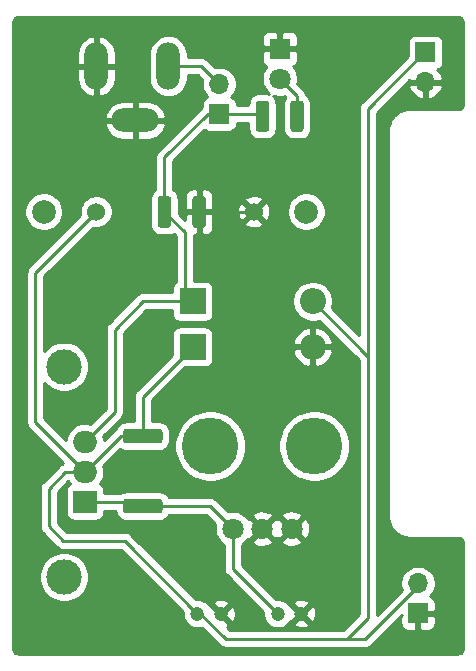
<source format=gtl>
G04 #@! TF.GenerationSoftware,KiCad,Pcbnew,(5.1.10)-1*
G04 #@! TF.CreationDate,2021-12-28T21:38:16-08:00*
G04 #@! TF.ProjectId,breadboardPower,62726561-6462-46f6-9172-64506f776572,rev?*
G04 #@! TF.SameCoordinates,Original*
G04 #@! TF.FileFunction,Copper,L1,Top*
G04 #@! TF.FilePolarity,Positive*
%FSLAX46Y46*%
G04 Gerber Fmt 4.6, Leading zero omitted, Abs format (unit mm)*
G04 Created by KiCad (PCBNEW (5.1.10)-1) date 2021-12-28 21:38:16*
%MOMM*%
%LPD*%
G01*
G04 APERTURE LIST*
G04 #@! TA.AperFunction,ComponentPad*
%ADD10C,4.800000*%
G04 #@! TD*
G04 #@! TA.AperFunction,ComponentPad*
%ADD11C,1.800000*%
G04 #@! TD*
G04 #@! TA.AperFunction,ComponentPad*
%ADD12O,1.700000X1.700000*%
G04 #@! TD*
G04 #@! TA.AperFunction,ComponentPad*
%ADD13R,1.700000X1.700000*%
G04 #@! TD*
G04 #@! TA.AperFunction,ComponentPad*
%ADD14C,2.000000*%
G04 #@! TD*
G04 #@! TA.AperFunction,ComponentPad*
%ADD15C,1.524000*%
G04 #@! TD*
G04 #@! TA.AperFunction,ComponentPad*
%ADD16C,3.000000*%
G04 #@! TD*
G04 #@! TA.AperFunction,ComponentPad*
%ADD17O,2.000000X1.905000*%
G04 #@! TD*
G04 #@! TA.AperFunction,ComponentPad*
%ADD18R,2.000000X1.905000*%
G04 #@! TD*
G04 #@! TA.AperFunction,ComponentPad*
%ADD19C,1.200000*%
G04 #@! TD*
G04 #@! TA.AperFunction,ComponentPad*
%ADD20O,4.000000X2.000000*%
G04 #@! TD*
G04 #@! TA.AperFunction,ComponentPad*
%ADD21O,2.000000X4.000000*%
G04 #@! TD*
G04 #@! TA.AperFunction,ComponentPad*
%ADD22O,2.200000X2.200000*%
G04 #@! TD*
G04 #@! TA.AperFunction,ComponentPad*
%ADD23R,2.200000X2.200000*%
G04 #@! TD*
G04 #@! TA.AperFunction,ComponentPad*
%ADD24R,1.800000X1.800000*%
G04 #@! TD*
G04 #@! TA.AperFunction,Conductor*
%ADD25C,0.250000*%
G04 #@! TD*
G04 #@! TA.AperFunction,Conductor*
%ADD26C,0.254000*%
G04 #@! TD*
G04 #@! TA.AperFunction,Conductor*
%ADD27C,0.100000*%
G04 #@! TD*
G04 APERTURE END LIST*
D10*
X95800000Y-98460800D03*
X87000000Y-98460800D03*
D11*
X93900000Y-105460800D03*
X91400000Y-105460800D03*
X88900000Y-105460800D03*
D12*
X87757000Y-67818000D03*
D13*
X87757000Y-70358000D03*
D14*
X72898000Y-78613000D03*
X95123000Y-78613000D03*
D15*
X77343000Y-78613000D03*
X90678000Y-78613000D03*
D16*
X74612500Y-91747500D03*
X74612500Y-109547500D03*
D17*
X76390500Y-98107499D03*
X76390500Y-100647499D03*
D18*
X76390500Y-103187499D03*
D19*
X87915500Y-112649000D03*
X85915500Y-112649000D03*
X94710000Y-112649000D03*
X92710000Y-112649000D03*
G04 #@! TA.AperFunction,SMDPad,CuDef*
G36*
G01*
X85482000Y-79738401D02*
X85482000Y-77538399D01*
G75*
G02*
X85731999Y-77288400I249999J0D01*
G01*
X86382001Y-77288400D01*
G75*
G02*
X86632000Y-77538399I0J-249999D01*
G01*
X86632000Y-79738401D01*
G75*
G02*
X86382001Y-79988400I-249999J0D01*
G01*
X85731999Y-79988400D01*
G75*
G02*
X85482000Y-79738401I0J249999D01*
G01*
G37*
G04 #@! TD.AperFunction*
G04 #@! TA.AperFunction,SMDPad,CuDef*
G36*
G01*
X82532000Y-79738401D02*
X82532000Y-77538399D01*
G75*
G02*
X82781999Y-77288400I249999J0D01*
G01*
X83432001Y-77288400D01*
G75*
G02*
X83682000Y-77538399I0J-249999D01*
G01*
X83682000Y-79738401D01*
G75*
G02*
X83432001Y-79988400I-249999J0D01*
G01*
X82781999Y-79988400D01*
G75*
G02*
X82532000Y-79738401I0J249999D01*
G01*
G37*
G04 #@! TD.AperFunction*
G04 #@! TA.AperFunction,SMDPad,CuDef*
G36*
G01*
X79854999Y-102934000D02*
X82705001Y-102934000D01*
G75*
G02*
X82955000Y-103183999I0J-249999D01*
G01*
X82955000Y-103909001D01*
G75*
G02*
X82705001Y-104159000I-249999J0D01*
G01*
X79854999Y-104159000D01*
G75*
G02*
X79605000Y-103909001I0J249999D01*
G01*
X79605000Y-103183999D01*
G75*
G02*
X79854999Y-102934000I249999J0D01*
G01*
G37*
G04 #@! TD.AperFunction*
G04 #@! TA.AperFunction,SMDPad,CuDef*
G36*
G01*
X79854999Y-97009000D02*
X82705001Y-97009000D01*
G75*
G02*
X82955000Y-97258999I0J-249999D01*
G01*
X82955000Y-97984001D01*
G75*
G02*
X82705001Y-98234000I-249999J0D01*
G01*
X79854999Y-98234000D01*
G75*
G02*
X79605000Y-97984001I0J249999D01*
G01*
X79605000Y-97258999D01*
G75*
G02*
X79854999Y-97009000I249999J0D01*
G01*
G37*
G04 #@! TD.AperFunction*
G04 #@! TA.AperFunction,SMDPad,CuDef*
G36*
G01*
X93781901Y-71617215D02*
X93781901Y-69467209D01*
G75*
G02*
X94031898Y-69217212I249997J0D01*
G01*
X94656904Y-69217212D01*
G75*
G02*
X94906901Y-69467209I0J-249997D01*
G01*
X94906901Y-71617215D01*
G75*
G02*
X94656904Y-71867212I-249997J0D01*
G01*
X94031898Y-71867212D01*
G75*
G02*
X93781901Y-71617215I0J249997D01*
G01*
G37*
G04 #@! TD.AperFunction*
G04 #@! TA.AperFunction,SMDPad,CuDef*
G36*
G01*
X90856901Y-71617215D02*
X90856901Y-69467209D01*
G75*
G02*
X91106898Y-69217212I249997J0D01*
G01*
X91731904Y-69217212D01*
G75*
G02*
X91981901Y-69467209I0J-249997D01*
G01*
X91981901Y-71617215D01*
G75*
G02*
X91731904Y-71867212I-249997J0D01*
G01*
X91106898Y-71867212D01*
G75*
G02*
X90856901Y-71617215I0J249997D01*
G01*
G37*
G04 #@! TD.AperFunction*
D12*
X105219500Y-67665600D03*
D13*
X105219500Y-65125600D03*
D12*
X104584500Y-110082000D03*
D13*
X104584500Y-112622000D03*
D20*
X80643000Y-70894000D03*
D21*
X83443000Y-66294000D03*
X77343000Y-66294000D03*
D22*
X95656400Y-90068400D03*
D23*
X85496400Y-90068400D03*
D22*
X95656400Y-86207600D03*
D23*
X85496400Y-86207600D03*
D11*
X92881902Y-67367211D03*
D24*
X92881902Y-64827211D03*
D25*
X94344401Y-68829710D02*
X92881902Y-67367211D01*
X94344401Y-70542212D02*
X94344401Y-68829710D01*
X90652600Y-78638400D02*
X90678000Y-78613000D01*
X86057000Y-78638400D02*
X90652600Y-78638400D01*
X91235189Y-70358000D02*
X91419401Y-70542212D01*
X87757000Y-70358000D02*
X91235189Y-70358000D01*
X85496400Y-86207600D02*
X81280000Y-86207600D01*
X81280000Y-86207600D02*
X78892400Y-88595200D01*
X78892400Y-95605599D02*
X76390500Y-98107499D01*
X78892400Y-88595200D02*
X78892400Y-95605599D01*
X87757000Y-70358000D02*
X86766400Y-70358000D01*
X83107000Y-74017400D02*
X83107000Y-78638400D01*
X86766400Y-70358000D02*
X83107000Y-74017400D01*
X83107000Y-78638400D02*
X84836000Y-80367400D01*
X84836000Y-85547200D02*
X85496400Y-86207600D01*
X84836000Y-80367400D02*
X84836000Y-85547200D01*
X79416499Y-97621500D02*
X76390500Y-100647499D01*
X81280000Y-97621500D02*
X79416499Y-97621500D01*
X81280000Y-94284800D02*
X85496400Y-90068400D01*
X81280000Y-97621500D02*
X81280000Y-94284800D01*
X76390500Y-100647499D02*
X72186800Y-96443799D01*
X72186800Y-83769200D02*
X77343000Y-78613000D01*
X72186800Y-96443799D02*
X72186800Y-83769200D01*
X76390500Y-100647499D02*
X74714101Y-100647499D01*
X74714101Y-100647499D02*
X73304400Y-102057200D01*
X73304400Y-102057200D02*
X73304400Y-105257600D01*
X73304400Y-105257600D02*
X74523600Y-106476800D01*
X79743300Y-106476800D02*
X85915500Y-112649000D01*
X74523600Y-106476800D02*
X79743300Y-106476800D01*
X100330000Y-69913500D02*
X105219500Y-65024000D01*
X100330000Y-92811600D02*
X100330000Y-69913500D01*
X100330000Y-90881200D02*
X95656400Y-86207600D01*
X100330000Y-92811600D02*
X100330000Y-90881200D01*
X104584500Y-110336998D02*
X104584500Y-110082000D01*
X100113498Y-114808000D02*
X100602749Y-114318749D01*
X85915500Y-112395000D02*
X88328500Y-114808000D01*
X100602749Y-114318749D02*
X104584500Y-110336998D01*
X100330000Y-113030000D02*
X98552000Y-114808000D01*
X100330000Y-92811600D02*
X100330000Y-113030000D01*
X98552000Y-114808000D02*
X100113498Y-114808000D01*
X88328500Y-114808000D02*
X98552000Y-114808000D01*
X86233000Y-66294000D02*
X87757000Y-67818000D01*
X83443000Y-66294000D02*
X86233000Y-66294000D01*
X80920999Y-103187499D02*
X81280000Y-103546500D01*
X76390500Y-103187499D02*
X80920999Y-103187499D01*
X86985700Y-103546500D02*
X88900000Y-105460800D01*
X81280000Y-103546500D02*
X86985700Y-103546500D01*
X88900000Y-108839000D02*
X92710000Y-112649000D01*
X88900000Y-105460800D02*
X88900000Y-108839000D01*
D26*
X108038324Y-62164945D02*
X108123274Y-62190593D01*
X108201637Y-62232259D01*
X108270408Y-62288348D01*
X108326976Y-62356727D01*
X108369185Y-62434790D01*
X108395428Y-62519566D01*
X108408000Y-62639188D01*
X108408001Y-69435486D01*
X108396055Y-69557324D01*
X108370406Y-69642276D01*
X108328741Y-69720637D01*
X108272654Y-69789406D01*
X108204273Y-69845976D01*
X108126206Y-69888187D01*
X108041435Y-69914428D01*
X107921812Y-69927000D01*
X103852353Y-69927000D01*
X103822950Y-69929896D01*
X103815938Y-69929847D01*
X103806420Y-69930780D01*
X103584568Y-69954097D01*
X103523757Y-69966580D01*
X103462763Y-69978215D01*
X103453613Y-69980978D01*
X103453609Y-69980979D01*
X103453606Y-69980980D01*
X103453607Y-69980980D01*
X103240510Y-70046944D01*
X103183256Y-70071012D01*
X103125712Y-70094261D01*
X103117267Y-70098751D01*
X102921039Y-70204851D01*
X102869567Y-70239570D01*
X102817620Y-70273563D01*
X102810208Y-70279608D01*
X102638326Y-70421801D01*
X102594562Y-70465871D01*
X102550221Y-70509293D01*
X102544125Y-70516662D01*
X102403135Y-70689532D01*
X102368772Y-70741252D01*
X102333700Y-70792474D01*
X102329151Y-70800887D01*
X102224424Y-70997850D01*
X102200764Y-71055255D01*
X102176309Y-71112312D01*
X102173481Y-71121449D01*
X102109005Y-71335002D01*
X102096956Y-71395856D01*
X102084037Y-71456634D01*
X102083037Y-71466146D01*
X102061269Y-71688157D01*
X102061269Y-71688173D01*
X102058001Y-71721353D01*
X102058000Y-104427646D01*
X102060896Y-104457049D01*
X102060847Y-104464062D01*
X102061780Y-104473580D01*
X102085097Y-104695432D01*
X102097582Y-104756256D01*
X102109215Y-104817236D01*
X102111979Y-104826392D01*
X102177944Y-105039490D01*
X102202001Y-105096719D01*
X102225261Y-105154289D01*
X102229751Y-105162734D01*
X102335852Y-105358961D01*
X102370553Y-105410407D01*
X102404563Y-105462380D01*
X102410608Y-105469792D01*
X102552801Y-105641674D01*
X102596854Y-105685421D01*
X102640292Y-105729778D01*
X102647662Y-105735875D01*
X102820531Y-105876865D01*
X102872236Y-105911218D01*
X102923473Y-105946300D01*
X102931886Y-105950849D01*
X103128850Y-106055576D01*
X103186255Y-106079236D01*
X103243312Y-106103691D01*
X103252449Y-106106519D01*
X103466002Y-106170995D01*
X103526863Y-106183046D01*
X103587635Y-106195963D01*
X103597147Y-106196963D01*
X103819157Y-106218731D01*
X103819163Y-106218731D01*
X103852353Y-106222000D01*
X107916497Y-106222000D01*
X108038324Y-106233945D01*
X108123274Y-106259593D01*
X108201637Y-106301259D01*
X108270408Y-106357348D01*
X108326976Y-106425727D01*
X108369185Y-106503790D01*
X108395428Y-106588566D01*
X108408000Y-106708188D01*
X108408001Y-115536486D01*
X108396055Y-115658324D01*
X108370406Y-115743276D01*
X108328741Y-115821637D01*
X108272654Y-115890406D01*
X108204273Y-115946976D01*
X108126206Y-115989187D01*
X108041435Y-116015428D01*
X107921812Y-116028000D01*
X70772504Y-116028000D01*
X70650676Y-116016055D01*
X70565724Y-115990406D01*
X70487363Y-115948741D01*
X70418594Y-115892654D01*
X70362024Y-115824273D01*
X70319813Y-115746206D01*
X70293572Y-115661435D01*
X70281000Y-115541812D01*
X70281000Y-109337221D01*
X72477500Y-109337221D01*
X72477500Y-109757779D01*
X72559547Y-110170256D01*
X72720488Y-110558802D01*
X72954137Y-110908483D01*
X73251517Y-111205863D01*
X73601198Y-111439512D01*
X73989744Y-111600453D01*
X74402221Y-111682500D01*
X74822779Y-111682500D01*
X75235256Y-111600453D01*
X75623802Y-111439512D01*
X75973483Y-111205863D01*
X76270863Y-110908483D01*
X76504512Y-110558802D01*
X76665453Y-110170256D01*
X76747500Y-109757779D01*
X76747500Y-109337221D01*
X76665453Y-108924744D01*
X76504512Y-108536198D01*
X76270863Y-108186517D01*
X75973483Y-107889137D01*
X75623802Y-107655488D01*
X75235256Y-107494547D01*
X74822779Y-107412500D01*
X74402221Y-107412500D01*
X73989744Y-107494547D01*
X73601198Y-107655488D01*
X73251517Y-107889137D01*
X72954137Y-108186517D01*
X72720488Y-108536198D01*
X72559547Y-108924744D01*
X72477500Y-109337221D01*
X70281000Y-109337221D01*
X70281000Y-83769200D01*
X71423124Y-83769200D01*
X71426801Y-83806532D01*
X71426800Y-96406477D01*
X71423124Y-96443799D01*
X71426800Y-96481121D01*
X71426800Y-96481131D01*
X71437797Y-96592784D01*
X71481254Y-96736045D01*
X71551826Y-96868075D01*
X71591120Y-96915954D01*
X71646799Y-96983800D01*
X71675803Y-97007603D01*
X74566554Y-99898354D01*
X74565115Y-99898496D01*
X74421854Y-99941953D01*
X74289825Y-100012525D01*
X74174100Y-100107498D01*
X74150302Y-100136496D01*
X72793403Y-101493396D01*
X72764399Y-101517199D01*
X72709271Y-101584374D01*
X72669426Y-101632924D01*
X72662706Y-101645497D01*
X72598854Y-101764954D01*
X72555397Y-101908215D01*
X72544400Y-102019868D01*
X72544400Y-102019878D01*
X72540724Y-102057200D01*
X72544400Y-102094523D01*
X72544401Y-105220268D01*
X72540724Y-105257600D01*
X72555398Y-105406585D01*
X72598854Y-105549846D01*
X72669426Y-105681876D01*
X72740199Y-105768112D01*
X72764400Y-105797601D01*
X72793398Y-105821399D01*
X73959800Y-106987802D01*
X73983599Y-107016801D01*
X74099324Y-107111774D01*
X74231353Y-107182346D01*
X74374614Y-107225803D01*
X74486267Y-107236800D01*
X74486276Y-107236800D01*
X74523599Y-107240476D01*
X74560922Y-107236800D01*
X79428499Y-107236800D01*
X84686898Y-112495200D01*
X84680500Y-112527363D01*
X84680500Y-112770637D01*
X84727960Y-113009236D01*
X84821057Y-113233992D01*
X84956213Y-113436267D01*
X85128233Y-113608287D01*
X85330508Y-113743443D01*
X85555264Y-113836540D01*
X85793863Y-113884000D01*
X86037137Y-113884000D01*
X86275736Y-113836540D01*
X86280334Y-113834635D01*
X87764701Y-115319003D01*
X87788499Y-115348001D01*
X87904224Y-115442974D01*
X88036253Y-115513546D01*
X88179514Y-115557003D01*
X88291167Y-115568000D01*
X88291176Y-115568000D01*
X88328499Y-115571676D01*
X88365822Y-115568000D01*
X98514678Y-115568000D01*
X98552000Y-115571676D01*
X98589322Y-115568000D01*
X100076176Y-115568000D01*
X100113498Y-115571676D01*
X100150820Y-115568000D01*
X100150831Y-115568000D01*
X100262484Y-115557003D01*
X100405745Y-115513546D01*
X100537774Y-115442974D01*
X100653499Y-115348001D01*
X100677301Y-115318998D01*
X101166548Y-114829752D01*
X101166553Y-114829746D01*
X103247298Y-112749002D01*
X103258248Y-112749002D01*
X103099500Y-112907750D01*
X103096428Y-113472000D01*
X103108688Y-113596482D01*
X103144998Y-113716180D01*
X103203963Y-113826494D01*
X103283315Y-113923185D01*
X103380006Y-114002537D01*
X103490320Y-114061502D01*
X103610018Y-114097812D01*
X103734500Y-114110072D01*
X104298750Y-114107000D01*
X104457500Y-113948250D01*
X104457500Y-112749000D01*
X104711500Y-112749000D01*
X104711500Y-113948250D01*
X104870250Y-114107000D01*
X105434500Y-114110072D01*
X105558982Y-114097812D01*
X105678680Y-114061502D01*
X105788994Y-114002537D01*
X105885685Y-113923185D01*
X105965037Y-113826494D01*
X106024002Y-113716180D01*
X106060312Y-113596482D01*
X106072572Y-113472000D01*
X106069500Y-112907750D01*
X105910750Y-112749000D01*
X104711500Y-112749000D01*
X104457500Y-112749000D01*
X104437500Y-112749000D01*
X104437500Y-112495000D01*
X104457500Y-112495000D01*
X104457500Y-112475000D01*
X104711500Y-112475000D01*
X104711500Y-112495000D01*
X105910750Y-112495000D01*
X106069500Y-112336250D01*
X106072572Y-111772000D01*
X106060312Y-111647518D01*
X106024002Y-111527820D01*
X105965037Y-111417506D01*
X105885685Y-111320815D01*
X105788994Y-111241463D01*
X105678680Y-111182498D01*
X105606120Y-111160487D01*
X105737975Y-111028632D01*
X105900490Y-110785411D01*
X106012432Y-110515158D01*
X106069500Y-110228260D01*
X106069500Y-109935740D01*
X106012432Y-109648842D01*
X105900490Y-109378589D01*
X105737975Y-109135368D01*
X105531132Y-108928525D01*
X105287911Y-108766010D01*
X105017658Y-108654068D01*
X104730760Y-108597000D01*
X104438240Y-108597000D01*
X104151342Y-108654068D01*
X103881089Y-108766010D01*
X103637868Y-108928525D01*
X103431025Y-109135368D01*
X103268510Y-109378589D01*
X103156568Y-109648842D01*
X103099500Y-109935740D01*
X103099500Y-110228260D01*
X103156568Y-110515158D01*
X103207815Y-110638881D01*
X101090000Y-112756697D01*
X101090000Y-90918533D01*
X101093677Y-90881200D01*
X101090000Y-90843867D01*
X101090000Y-70228301D01*
X103295811Y-68022490D01*
X103778024Y-68022490D01*
X103822675Y-68169699D01*
X103947859Y-68432520D01*
X104121912Y-68665869D01*
X104338145Y-68860778D01*
X104588248Y-69009757D01*
X104862609Y-69107081D01*
X105092500Y-68986414D01*
X105092500Y-67792600D01*
X105346500Y-67792600D01*
X105346500Y-68986414D01*
X105576391Y-69107081D01*
X105850752Y-69009757D01*
X106100855Y-68860778D01*
X106317088Y-68665869D01*
X106491141Y-68432520D01*
X106616325Y-68169699D01*
X106660976Y-68022490D01*
X106539655Y-67792600D01*
X105346500Y-67792600D01*
X105092500Y-67792600D01*
X103899345Y-67792600D01*
X103778024Y-68022490D01*
X103295811Y-68022490D01*
X103858016Y-67460286D01*
X103899345Y-67538600D01*
X105092500Y-67538600D01*
X105092500Y-67518600D01*
X105346500Y-67518600D01*
X105346500Y-67538600D01*
X106539655Y-67538600D01*
X106660976Y-67308710D01*
X106616325Y-67161501D01*
X106491141Y-66898680D01*
X106317088Y-66665331D01*
X106233034Y-66589566D01*
X106313680Y-66565102D01*
X106423994Y-66506137D01*
X106520685Y-66426785D01*
X106600037Y-66330094D01*
X106659002Y-66219780D01*
X106695312Y-66100082D01*
X106707572Y-65975600D01*
X106707572Y-64275600D01*
X106695312Y-64151118D01*
X106659002Y-64031420D01*
X106600037Y-63921106D01*
X106520685Y-63824415D01*
X106423994Y-63745063D01*
X106313680Y-63686098D01*
X106193982Y-63649788D01*
X106069500Y-63637528D01*
X104369500Y-63637528D01*
X104245018Y-63649788D01*
X104125320Y-63686098D01*
X104015006Y-63745063D01*
X103918315Y-63824415D01*
X103838963Y-63921106D01*
X103779998Y-64031420D01*
X103743688Y-64151118D01*
X103731428Y-64275600D01*
X103731428Y-65437270D01*
X99818998Y-69349701D01*
X99790000Y-69373499D01*
X99766202Y-69402497D01*
X99766201Y-69402498D01*
X99695026Y-69489224D01*
X99624454Y-69621254D01*
X99598573Y-69706575D01*
X99580998Y-69764514D01*
X99570773Y-69868325D01*
X99566324Y-69913500D01*
X99570001Y-69950833D01*
X99570000Y-89046398D01*
X97299114Y-86775512D01*
X97324725Y-86713681D01*
X97391400Y-86378483D01*
X97391400Y-86036717D01*
X97324725Y-85701519D01*
X97193937Y-85385769D01*
X97004063Y-85101602D01*
X96762398Y-84859937D01*
X96478231Y-84670063D01*
X96162481Y-84539275D01*
X95827283Y-84472600D01*
X95485517Y-84472600D01*
X95150319Y-84539275D01*
X94834569Y-84670063D01*
X94550402Y-84859937D01*
X94308737Y-85101602D01*
X94118863Y-85385769D01*
X93988075Y-85701519D01*
X93921400Y-86036717D01*
X93921400Y-86378483D01*
X93988075Y-86713681D01*
X94118863Y-87029431D01*
X94308737Y-87313598D01*
X94550402Y-87555263D01*
X94834569Y-87745137D01*
X95150319Y-87875925D01*
X95485517Y-87942600D01*
X95827283Y-87942600D01*
X96162481Y-87875925D01*
X96224312Y-87850314D01*
X99570000Y-91196002D01*
X99570000Y-92774268D01*
X99570001Y-112715197D01*
X98237199Y-114048000D01*
X88643302Y-114048000D01*
X88386646Y-113791344D01*
X88461918Y-113763202D01*
X88538352Y-113722348D01*
X88585659Y-113498764D01*
X87915500Y-112828605D01*
X87901358Y-112842748D01*
X87721753Y-112663143D01*
X87735895Y-112649000D01*
X88095105Y-112649000D01*
X88765264Y-113319159D01*
X88988848Y-113271852D01*
X89089737Y-113050484D01*
X89145500Y-112813687D01*
X89153995Y-112570562D01*
X89114895Y-112330451D01*
X89029702Y-112102582D01*
X88988848Y-112026148D01*
X88765264Y-111978841D01*
X88095105Y-112649000D01*
X87735895Y-112649000D01*
X87065736Y-111978841D01*
X86966996Y-111999733D01*
X86874787Y-111861733D01*
X86812290Y-111799236D01*
X87245341Y-111799236D01*
X87915500Y-112469395D01*
X88585659Y-111799236D01*
X88538352Y-111575652D01*
X88316984Y-111474763D01*
X88080187Y-111419000D01*
X87837062Y-111410505D01*
X87596951Y-111449605D01*
X87369082Y-111534798D01*
X87292648Y-111575652D01*
X87245341Y-111799236D01*
X86812290Y-111799236D01*
X86702767Y-111689713D01*
X86500492Y-111554557D01*
X86275736Y-111461460D01*
X86037137Y-111414000D01*
X85793863Y-111414000D01*
X85761700Y-111420398D01*
X80307104Y-105965803D01*
X80283301Y-105936799D01*
X80167576Y-105841826D01*
X80035547Y-105771254D01*
X79892286Y-105727797D01*
X79780633Y-105716800D01*
X79780622Y-105716800D01*
X79743300Y-105713124D01*
X79705978Y-105716800D01*
X74838402Y-105716800D01*
X74064400Y-104942799D01*
X74064400Y-102372001D01*
X74976950Y-101459451D01*
X75016655Y-101533734D01*
X75119946Y-101659594D01*
X75036006Y-101704462D01*
X74939315Y-101783814D01*
X74859963Y-101880505D01*
X74800998Y-101990819D01*
X74764688Y-102110517D01*
X74752428Y-102234999D01*
X74752428Y-104139999D01*
X74764688Y-104264481D01*
X74800998Y-104384179D01*
X74859963Y-104494493D01*
X74939315Y-104591184D01*
X75036006Y-104670536D01*
X75146320Y-104729501D01*
X75266018Y-104765811D01*
X75390500Y-104778071D01*
X77390500Y-104778071D01*
X77514982Y-104765811D01*
X77634680Y-104729501D01*
X77744994Y-104670536D01*
X77841685Y-104591184D01*
X77921037Y-104494493D01*
X77980002Y-104384179D01*
X78016312Y-104264481D01*
X78028572Y-104139999D01*
X78028572Y-103947499D01*
X78970720Y-103947499D01*
X78983992Y-104082255D01*
X79034528Y-104248851D01*
X79116595Y-104402387D01*
X79227038Y-104536962D01*
X79361613Y-104647405D01*
X79515149Y-104729472D01*
X79681745Y-104780008D01*
X79854999Y-104797072D01*
X82705001Y-104797072D01*
X82878255Y-104780008D01*
X83044851Y-104729472D01*
X83198387Y-104647405D01*
X83332962Y-104536962D01*
X83443405Y-104402387D01*
X83494658Y-104306500D01*
X86670899Y-104306500D01*
X87416269Y-105051870D01*
X87365000Y-105309616D01*
X87365000Y-105611984D01*
X87423989Y-105908543D01*
X87539701Y-106187895D01*
X87707688Y-106439305D01*
X87921495Y-106653112D01*
X88140000Y-106799113D01*
X88140001Y-108801668D01*
X88136324Y-108839000D01*
X88150998Y-108987985D01*
X88194454Y-109131246D01*
X88265026Y-109263276D01*
X88325712Y-109337221D01*
X88360000Y-109379001D01*
X88388998Y-109402799D01*
X91481398Y-112495199D01*
X91475000Y-112527363D01*
X91475000Y-112770637D01*
X91522460Y-113009236D01*
X91615557Y-113233992D01*
X91750713Y-113436267D01*
X91922733Y-113608287D01*
X92125008Y-113743443D01*
X92349764Y-113836540D01*
X92588363Y-113884000D01*
X92831637Y-113884000D01*
X93070236Y-113836540D01*
X93294992Y-113743443D01*
X93497267Y-113608287D01*
X93606790Y-113498764D01*
X94039841Y-113498764D01*
X94087148Y-113722348D01*
X94308516Y-113823237D01*
X94545313Y-113879000D01*
X94788438Y-113887495D01*
X95028549Y-113848395D01*
X95256418Y-113763202D01*
X95332852Y-113722348D01*
X95380159Y-113498764D01*
X94710000Y-112828605D01*
X94039841Y-113498764D01*
X93606790Y-113498764D01*
X93669287Y-113436267D01*
X93761496Y-113298267D01*
X93860236Y-113319159D01*
X94530395Y-112649000D01*
X94889605Y-112649000D01*
X95559764Y-113319159D01*
X95783348Y-113271852D01*
X95884237Y-113050484D01*
X95940000Y-112813687D01*
X95948495Y-112570562D01*
X95909395Y-112330451D01*
X95824202Y-112102582D01*
X95783348Y-112026148D01*
X95559764Y-111978841D01*
X94889605Y-112649000D01*
X94530395Y-112649000D01*
X93860236Y-111978841D01*
X93761496Y-111999733D01*
X93669287Y-111861733D01*
X93606790Y-111799236D01*
X94039841Y-111799236D01*
X94710000Y-112469395D01*
X95380159Y-111799236D01*
X95332852Y-111575652D01*
X95111484Y-111474763D01*
X94874687Y-111419000D01*
X94631562Y-111410505D01*
X94391451Y-111449605D01*
X94163582Y-111534798D01*
X94087148Y-111575652D01*
X94039841Y-111799236D01*
X93606790Y-111799236D01*
X93497267Y-111689713D01*
X93294992Y-111554557D01*
X93070236Y-111461460D01*
X92831637Y-111414000D01*
X92588363Y-111414000D01*
X92556199Y-111420398D01*
X89660000Y-108524199D01*
X89660000Y-106799113D01*
X89878505Y-106653112D01*
X90006737Y-106524880D01*
X90515525Y-106524880D01*
X90599208Y-106779061D01*
X90871775Y-106909958D01*
X91164642Y-106985165D01*
X91466553Y-107001791D01*
X91765907Y-106959197D01*
X92051199Y-106859022D01*
X92200792Y-106779061D01*
X92284475Y-106524880D01*
X93015525Y-106524880D01*
X93099208Y-106779061D01*
X93371775Y-106909958D01*
X93664642Y-106985165D01*
X93966553Y-107001791D01*
X94265907Y-106959197D01*
X94551199Y-106859022D01*
X94700792Y-106779061D01*
X94784475Y-106524880D01*
X93900000Y-105640405D01*
X93015525Y-106524880D01*
X92284475Y-106524880D01*
X91400000Y-105640405D01*
X90515525Y-106524880D01*
X90006737Y-106524880D01*
X90092312Y-106439305D01*
X90187738Y-106296490D01*
X90335920Y-106345275D01*
X91220395Y-105460800D01*
X91579605Y-105460800D01*
X92464080Y-106345275D01*
X92650000Y-106284065D01*
X92835920Y-106345275D01*
X93720395Y-105460800D01*
X94079605Y-105460800D01*
X94964080Y-106345275D01*
X95218261Y-106261592D01*
X95349158Y-105989025D01*
X95424365Y-105696158D01*
X95440991Y-105394247D01*
X95398397Y-105094893D01*
X95298222Y-104809601D01*
X95218261Y-104660008D01*
X94964080Y-104576325D01*
X94079605Y-105460800D01*
X93720395Y-105460800D01*
X92835920Y-104576325D01*
X92650000Y-104637535D01*
X92464080Y-104576325D01*
X91579605Y-105460800D01*
X91220395Y-105460800D01*
X90335920Y-104576325D01*
X90187738Y-104625110D01*
X90092312Y-104482295D01*
X90006737Y-104396720D01*
X90515525Y-104396720D01*
X91400000Y-105281195D01*
X92284475Y-104396720D01*
X93015525Y-104396720D01*
X93900000Y-105281195D01*
X94784475Y-104396720D01*
X94700792Y-104142539D01*
X94428225Y-104011642D01*
X94135358Y-103936435D01*
X93833447Y-103919809D01*
X93534093Y-103962403D01*
X93248801Y-104062578D01*
X93099208Y-104142539D01*
X93015525Y-104396720D01*
X92284475Y-104396720D01*
X92200792Y-104142539D01*
X91928225Y-104011642D01*
X91635358Y-103936435D01*
X91333447Y-103919809D01*
X91034093Y-103962403D01*
X90748801Y-104062578D01*
X90599208Y-104142539D01*
X90515525Y-104396720D01*
X90006737Y-104396720D01*
X89878505Y-104268488D01*
X89627095Y-104100501D01*
X89347743Y-103984789D01*
X89051184Y-103925800D01*
X88748816Y-103925800D01*
X88491070Y-103977069D01*
X87549504Y-103035503D01*
X87525701Y-103006499D01*
X87409976Y-102911526D01*
X87277947Y-102840954D01*
X87134686Y-102797497D01*
X87023033Y-102786500D01*
X87023022Y-102786500D01*
X86985700Y-102782824D01*
X86948378Y-102786500D01*
X83494658Y-102786500D01*
X83443405Y-102690613D01*
X83332962Y-102556038D01*
X83198387Y-102445595D01*
X83044851Y-102363528D01*
X82878255Y-102312992D01*
X82705001Y-102295928D01*
X79854999Y-102295928D01*
X79681745Y-102312992D01*
X79515149Y-102363528D01*
X79395468Y-102427499D01*
X78028572Y-102427499D01*
X78028572Y-102234999D01*
X78016312Y-102110517D01*
X77980002Y-101990819D01*
X77921037Y-101880505D01*
X77841685Y-101783814D01*
X77744994Y-101704462D01*
X77661054Y-101659594D01*
X77764345Y-101533734D01*
X77911755Y-101257948D01*
X78002530Y-100958703D01*
X78033181Y-100647499D01*
X78002530Y-100336295D01*
X77949924Y-100162876D01*
X79380370Y-98732431D01*
X79515149Y-98804472D01*
X79681745Y-98855008D01*
X79854999Y-98872072D01*
X82705001Y-98872072D01*
X82878255Y-98855008D01*
X83044851Y-98804472D01*
X83198387Y-98722405D01*
X83332962Y-98611962D01*
X83443405Y-98477387D01*
X83525472Y-98323851D01*
X83574605Y-98161879D01*
X83965000Y-98161879D01*
X83965000Y-98759721D01*
X84081633Y-99346077D01*
X84310418Y-99898412D01*
X84642562Y-100395500D01*
X85065300Y-100818238D01*
X85562388Y-101150382D01*
X86114723Y-101379167D01*
X86701079Y-101495800D01*
X87298921Y-101495800D01*
X87885277Y-101379167D01*
X88437612Y-101150382D01*
X88934700Y-100818238D01*
X89357438Y-100395500D01*
X89689582Y-99898412D01*
X89918367Y-99346077D01*
X90035000Y-98759721D01*
X90035000Y-98161879D01*
X92765000Y-98161879D01*
X92765000Y-98759721D01*
X92881633Y-99346077D01*
X93110418Y-99898412D01*
X93442562Y-100395500D01*
X93865300Y-100818238D01*
X94362388Y-101150382D01*
X94914723Y-101379167D01*
X95501079Y-101495800D01*
X96098921Y-101495800D01*
X96685277Y-101379167D01*
X97237612Y-101150382D01*
X97734700Y-100818238D01*
X98157438Y-100395500D01*
X98489582Y-99898412D01*
X98718367Y-99346077D01*
X98835000Y-98759721D01*
X98835000Y-98161879D01*
X98718367Y-97575523D01*
X98489582Y-97023188D01*
X98157438Y-96526100D01*
X97734700Y-96103362D01*
X97237612Y-95771218D01*
X96685277Y-95542433D01*
X96098921Y-95425800D01*
X95501079Y-95425800D01*
X94914723Y-95542433D01*
X94362388Y-95771218D01*
X93865300Y-96103362D01*
X93442562Y-96526100D01*
X93110418Y-97023188D01*
X92881633Y-97575523D01*
X92765000Y-98161879D01*
X90035000Y-98161879D01*
X89918367Y-97575523D01*
X89689582Y-97023188D01*
X89357438Y-96526100D01*
X88934700Y-96103362D01*
X88437612Y-95771218D01*
X87885277Y-95542433D01*
X87298921Y-95425800D01*
X86701079Y-95425800D01*
X86114723Y-95542433D01*
X85562388Y-95771218D01*
X85065300Y-96103362D01*
X84642562Y-96526100D01*
X84310418Y-97023188D01*
X84081633Y-97575523D01*
X83965000Y-98161879D01*
X83574605Y-98161879D01*
X83576008Y-98157255D01*
X83593072Y-97984001D01*
X83593072Y-97258999D01*
X83576008Y-97085745D01*
X83525472Y-96919149D01*
X83443405Y-96765613D01*
X83332962Y-96631038D01*
X83198387Y-96520595D01*
X83044851Y-96438528D01*
X82878255Y-96387992D01*
X82705001Y-96370928D01*
X82040000Y-96370928D01*
X82040000Y-94599601D01*
X84833130Y-91806472D01*
X86596400Y-91806472D01*
X86720882Y-91794212D01*
X86840580Y-91757902D01*
X86950894Y-91698937D01*
X87047585Y-91619585D01*
X87126937Y-91522894D01*
X87185902Y-91412580D01*
X87222212Y-91292882D01*
X87234472Y-91168400D01*
X87234472Y-90464522D01*
X93967225Y-90464522D01*
X94031825Y-90677494D01*
X94181869Y-90982729D01*
X94388578Y-91252827D01*
X94644009Y-91477408D01*
X94938346Y-91647842D01*
X95260277Y-91757579D01*
X95529400Y-91640000D01*
X95529400Y-90195400D01*
X95783400Y-90195400D01*
X95783400Y-91640000D01*
X96052523Y-91757579D01*
X96374454Y-91647842D01*
X96668791Y-91477408D01*
X96924222Y-91252827D01*
X97130931Y-90982729D01*
X97280975Y-90677494D01*
X97345575Y-90464522D01*
X97227525Y-90195400D01*
X95783400Y-90195400D01*
X95529400Y-90195400D01*
X94085275Y-90195400D01*
X93967225Y-90464522D01*
X87234472Y-90464522D01*
X87234472Y-89672278D01*
X93967225Y-89672278D01*
X94085275Y-89941400D01*
X95529400Y-89941400D01*
X95529400Y-88496800D01*
X95783400Y-88496800D01*
X95783400Y-89941400D01*
X97227525Y-89941400D01*
X97345575Y-89672278D01*
X97280975Y-89459306D01*
X97130931Y-89154071D01*
X96924222Y-88883973D01*
X96668791Y-88659392D01*
X96374454Y-88488958D01*
X96052523Y-88379221D01*
X95783400Y-88496800D01*
X95529400Y-88496800D01*
X95260277Y-88379221D01*
X94938346Y-88488958D01*
X94644009Y-88659392D01*
X94388578Y-88883973D01*
X94181869Y-89154071D01*
X94031825Y-89459306D01*
X93967225Y-89672278D01*
X87234472Y-89672278D01*
X87234472Y-88968400D01*
X87222212Y-88843918D01*
X87185902Y-88724220D01*
X87126937Y-88613906D01*
X87047585Y-88517215D01*
X86950894Y-88437863D01*
X86840580Y-88378898D01*
X86720882Y-88342588D01*
X86596400Y-88330328D01*
X84396400Y-88330328D01*
X84271918Y-88342588D01*
X84152220Y-88378898D01*
X84041906Y-88437863D01*
X83945215Y-88517215D01*
X83865863Y-88613906D01*
X83806898Y-88724220D01*
X83770588Y-88843918D01*
X83758328Y-88968400D01*
X83758328Y-90731670D01*
X80768998Y-93721001D01*
X80740000Y-93744799D01*
X80716202Y-93773797D01*
X80716201Y-93773798D01*
X80645026Y-93860524D01*
X80574454Y-93992554D01*
X80530998Y-94135815D01*
X80516324Y-94284800D01*
X80520001Y-94322132D01*
X80520000Y-96370928D01*
X79854999Y-96370928D01*
X79681745Y-96387992D01*
X79515149Y-96438528D01*
X79361613Y-96520595D01*
X79227038Y-96631038D01*
X79116595Y-96765613D01*
X79034528Y-96919149D01*
X79018321Y-96972576D01*
X78992223Y-96986526D01*
X78876498Y-97081499D01*
X78852700Y-97110497D01*
X78017268Y-97945930D01*
X78002530Y-97796295D01*
X77949924Y-97622876D01*
X79403403Y-96169398D01*
X79432401Y-96145600D01*
X79467065Y-96103362D01*
X79527374Y-96029876D01*
X79597946Y-95897846D01*
X79603359Y-95880000D01*
X79641403Y-95754585D01*
X79652400Y-95642932D01*
X79652400Y-95642922D01*
X79656076Y-95605599D01*
X79652400Y-95568276D01*
X79652400Y-88910001D01*
X81594802Y-86967600D01*
X83758328Y-86967600D01*
X83758328Y-87307600D01*
X83770588Y-87432082D01*
X83806898Y-87551780D01*
X83865863Y-87662094D01*
X83945215Y-87758785D01*
X84041906Y-87838137D01*
X84152220Y-87897102D01*
X84271918Y-87933412D01*
X84396400Y-87945672D01*
X86596400Y-87945672D01*
X86720882Y-87933412D01*
X86840580Y-87897102D01*
X86950894Y-87838137D01*
X87047585Y-87758785D01*
X87126937Y-87662094D01*
X87185902Y-87551780D01*
X87222212Y-87432082D01*
X87234472Y-87307600D01*
X87234472Y-85107600D01*
X87222212Y-84983118D01*
X87185902Y-84863420D01*
X87126937Y-84753106D01*
X87047585Y-84656415D01*
X86950894Y-84577063D01*
X86840580Y-84518098D01*
X86720882Y-84481788D01*
X86596400Y-84469528D01*
X85596000Y-84469528D01*
X85596000Y-80625261D01*
X85771250Y-80623400D01*
X85930000Y-80464650D01*
X85930000Y-78765400D01*
X86184000Y-78765400D01*
X86184000Y-80464650D01*
X86342750Y-80623400D01*
X86632000Y-80626472D01*
X86756482Y-80614212D01*
X86876180Y-80577902D01*
X86986494Y-80518937D01*
X87083185Y-80439585D01*
X87162537Y-80342894D01*
X87221502Y-80232580D01*
X87257812Y-80112882D01*
X87270072Y-79988400D01*
X87268889Y-79578565D01*
X89892040Y-79578565D01*
X89959020Y-79818656D01*
X90208048Y-79935756D01*
X90475135Y-80002023D01*
X90750017Y-80014910D01*
X91022133Y-79973922D01*
X91281023Y-79880636D01*
X91396980Y-79818656D01*
X91463960Y-79578565D01*
X90678000Y-78792605D01*
X89892040Y-79578565D01*
X87268889Y-79578565D01*
X87267000Y-78924150D01*
X87108250Y-78765400D01*
X86184000Y-78765400D01*
X85930000Y-78765400D01*
X85005750Y-78765400D01*
X84847000Y-78924150D01*
X84845908Y-79302506D01*
X84320072Y-78776671D01*
X84320072Y-78685017D01*
X89276090Y-78685017D01*
X89317078Y-78957133D01*
X89410364Y-79216023D01*
X89472344Y-79331980D01*
X89712435Y-79398960D01*
X90498395Y-78613000D01*
X90857605Y-78613000D01*
X91643565Y-79398960D01*
X91883656Y-79331980D01*
X92000756Y-79082952D01*
X92067023Y-78815865D01*
X92079910Y-78540983D01*
X92066502Y-78451967D01*
X93488000Y-78451967D01*
X93488000Y-78774033D01*
X93550832Y-79089912D01*
X93674082Y-79387463D01*
X93853013Y-79655252D01*
X94080748Y-79882987D01*
X94348537Y-80061918D01*
X94646088Y-80185168D01*
X94961967Y-80248000D01*
X95284033Y-80248000D01*
X95599912Y-80185168D01*
X95897463Y-80061918D01*
X96165252Y-79882987D01*
X96392987Y-79655252D01*
X96571918Y-79387463D01*
X96695168Y-79089912D01*
X96758000Y-78774033D01*
X96758000Y-78451967D01*
X96695168Y-78136088D01*
X96571918Y-77838537D01*
X96392987Y-77570748D01*
X96165252Y-77343013D01*
X95897463Y-77164082D01*
X95599912Y-77040832D01*
X95284033Y-76978000D01*
X94961967Y-76978000D01*
X94646088Y-77040832D01*
X94348537Y-77164082D01*
X94080748Y-77343013D01*
X93853013Y-77570748D01*
X93674082Y-77838537D01*
X93550832Y-78136088D01*
X93488000Y-78451967D01*
X92066502Y-78451967D01*
X92038922Y-78268867D01*
X91945636Y-78009977D01*
X91883656Y-77894020D01*
X91643565Y-77827040D01*
X90857605Y-78613000D01*
X90498395Y-78613000D01*
X89712435Y-77827040D01*
X89472344Y-77894020D01*
X89355244Y-78143048D01*
X89288977Y-78410135D01*
X89276090Y-78685017D01*
X84320072Y-78685017D01*
X84320072Y-77538399D01*
X84303008Y-77365145D01*
X84279728Y-77288400D01*
X84843928Y-77288400D01*
X84847000Y-78352650D01*
X85005750Y-78511400D01*
X85930000Y-78511400D01*
X85930000Y-76812150D01*
X86184000Y-76812150D01*
X86184000Y-78511400D01*
X87108250Y-78511400D01*
X87267000Y-78352650D01*
X87269035Y-77647435D01*
X89892040Y-77647435D01*
X90678000Y-78433395D01*
X91463960Y-77647435D01*
X91396980Y-77407344D01*
X91147952Y-77290244D01*
X90880865Y-77223977D01*
X90605983Y-77211090D01*
X90333867Y-77252078D01*
X90074977Y-77345364D01*
X89959020Y-77407344D01*
X89892040Y-77647435D01*
X87269035Y-77647435D01*
X87270072Y-77288400D01*
X87257812Y-77163918D01*
X87221502Y-77044220D01*
X87162537Y-76933906D01*
X87083185Y-76837215D01*
X86986494Y-76757863D01*
X86876180Y-76698898D01*
X86756482Y-76662588D01*
X86632000Y-76650328D01*
X86342750Y-76653400D01*
X86184000Y-76812150D01*
X85930000Y-76812150D01*
X85771250Y-76653400D01*
X85482000Y-76650328D01*
X85357518Y-76662588D01*
X85237820Y-76698898D01*
X85127506Y-76757863D01*
X85030815Y-76837215D01*
X84951463Y-76933906D01*
X84892498Y-77044220D01*
X84856188Y-77163918D01*
X84843928Y-77288400D01*
X84279728Y-77288400D01*
X84252472Y-77198549D01*
X84170405Y-77045013D01*
X84059962Y-76910438D01*
X83925387Y-76799995D01*
X83867000Y-76768786D01*
X83867000Y-74332201D01*
X86502063Y-71697139D01*
X86552506Y-71738537D01*
X86662820Y-71797502D01*
X86782518Y-71833812D01*
X86907000Y-71846072D01*
X88607000Y-71846072D01*
X88731482Y-71833812D01*
X88851180Y-71797502D01*
X88961494Y-71738537D01*
X89058185Y-71659185D01*
X89137537Y-71562494D01*
X89196502Y-71452180D01*
X89232812Y-71332482D01*
X89245072Y-71208000D01*
X89245072Y-71118000D01*
X90218829Y-71118000D01*
X90218829Y-71617215D01*
X90235893Y-71790469D01*
X90286429Y-71957064D01*
X90368496Y-72110600D01*
X90478938Y-72245175D01*
X90613513Y-72355617D01*
X90767049Y-72437684D01*
X90933644Y-72488220D01*
X91106898Y-72505284D01*
X91731904Y-72505284D01*
X91905158Y-72488220D01*
X92071753Y-72437684D01*
X92225289Y-72355617D01*
X92359864Y-72245175D01*
X92470306Y-72110600D01*
X92552373Y-71957064D01*
X92602909Y-71790469D01*
X92619973Y-71617215D01*
X92619973Y-69467209D01*
X92602909Y-69293955D01*
X92552373Y-69127360D01*
X92470306Y-68973824D01*
X92359864Y-68839249D01*
X92293925Y-68785135D01*
X92434159Y-68843222D01*
X92730718Y-68902211D01*
X93033086Y-68902211D01*
X93290832Y-68850942D01*
X93347684Y-68907795D01*
X93293496Y-68973824D01*
X93211429Y-69127360D01*
X93160893Y-69293955D01*
X93143829Y-69467209D01*
X93143829Y-71617215D01*
X93160893Y-71790469D01*
X93211429Y-71957064D01*
X93293496Y-72110600D01*
X93403938Y-72245175D01*
X93538513Y-72355617D01*
X93692049Y-72437684D01*
X93858644Y-72488220D01*
X94031898Y-72505284D01*
X94656904Y-72505284D01*
X94830158Y-72488220D01*
X94996753Y-72437684D01*
X95150289Y-72355617D01*
X95284864Y-72245175D01*
X95395306Y-72110600D01*
X95477373Y-71957064D01*
X95527909Y-71790469D01*
X95544973Y-71617215D01*
X95544973Y-69467209D01*
X95527909Y-69293955D01*
X95477373Y-69127360D01*
X95395306Y-68973824D01*
X95284864Y-68839249D01*
X95150289Y-68728807D01*
X95095242Y-68699384D01*
X95093404Y-68680724D01*
X95049947Y-68537463D01*
X95006251Y-68455714D01*
X94979375Y-68405433D01*
X94908200Y-68318707D01*
X94884402Y-68289709D01*
X94855404Y-68265911D01*
X94365633Y-67776141D01*
X94416902Y-67518395D01*
X94416902Y-67216027D01*
X94357913Y-66919468D01*
X94242201Y-66640116D01*
X94074214Y-66388706D01*
X94007775Y-66322267D01*
X94026082Y-66316713D01*
X94136396Y-66257748D01*
X94233087Y-66178396D01*
X94312439Y-66081705D01*
X94371404Y-65971391D01*
X94407714Y-65851693D01*
X94419974Y-65727211D01*
X94416902Y-65112961D01*
X94258152Y-64954211D01*
X93008902Y-64954211D01*
X93008902Y-64974211D01*
X92754902Y-64974211D01*
X92754902Y-64954211D01*
X91505652Y-64954211D01*
X91346902Y-65112961D01*
X91343830Y-65727211D01*
X91356090Y-65851693D01*
X91392400Y-65971391D01*
X91451365Y-66081705D01*
X91530717Y-66178396D01*
X91627408Y-66257748D01*
X91737722Y-66316713D01*
X91756029Y-66322267D01*
X91689590Y-66388706D01*
X91521603Y-66640116D01*
X91405891Y-66919468D01*
X91346902Y-67216027D01*
X91346902Y-67518395D01*
X91405891Y-67814954D01*
X91521603Y-68094306D01*
X91689590Y-68345716D01*
X91903397Y-68559523D01*
X92002475Y-68625725D01*
X91905158Y-68596204D01*
X91731904Y-68579140D01*
X91106898Y-68579140D01*
X90933644Y-68596204D01*
X90767049Y-68646740D01*
X90613513Y-68728807D01*
X90478938Y-68839249D01*
X90368496Y-68973824D01*
X90286429Y-69127360D01*
X90235893Y-69293955D01*
X90218829Y-69467209D01*
X90218829Y-69598000D01*
X89245072Y-69598000D01*
X89245072Y-69508000D01*
X89232812Y-69383518D01*
X89196502Y-69263820D01*
X89137537Y-69153506D01*
X89058185Y-69056815D01*
X88961494Y-68977463D01*
X88851180Y-68918498D01*
X88778620Y-68896487D01*
X88910475Y-68764632D01*
X89072990Y-68521411D01*
X89184932Y-68251158D01*
X89242000Y-67964260D01*
X89242000Y-67671740D01*
X89184932Y-67384842D01*
X89072990Y-67114589D01*
X88910475Y-66871368D01*
X88703632Y-66664525D01*
X88460411Y-66502010D01*
X88190158Y-66390068D01*
X87903260Y-66333000D01*
X87610740Y-66333000D01*
X87390592Y-66376790D01*
X86796803Y-65783002D01*
X86773001Y-65753999D01*
X86657276Y-65659026D01*
X86525247Y-65588454D01*
X86381986Y-65544997D01*
X86270333Y-65534000D01*
X86270322Y-65534000D01*
X86233000Y-65530324D01*
X86195678Y-65534000D01*
X85078000Y-65534000D01*
X85078000Y-65213678D01*
X85054343Y-64973484D01*
X84960852Y-64665285D01*
X84809031Y-64381248D01*
X84604714Y-64132286D01*
X84355751Y-63927969D01*
X84354333Y-63927211D01*
X91343830Y-63927211D01*
X91346902Y-64541461D01*
X91505652Y-64700211D01*
X92754902Y-64700211D01*
X92754902Y-63450961D01*
X93008902Y-63450961D01*
X93008902Y-64700211D01*
X94258152Y-64700211D01*
X94416902Y-64541461D01*
X94419974Y-63927211D01*
X94407714Y-63802729D01*
X94371404Y-63683031D01*
X94312439Y-63572717D01*
X94233087Y-63476026D01*
X94136396Y-63396674D01*
X94026082Y-63337709D01*
X93906384Y-63301399D01*
X93781902Y-63289139D01*
X93167652Y-63292211D01*
X93008902Y-63450961D01*
X92754902Y-63450961D01*
X92596152Y-63292211D01*
X91981902Y-63289139D01*
X91857420Y-63301399D01*
X91737722Y-63337709D01*
X91627408Y-63396674D01*
X91530717Y-63476026D01*
X91451365Y-63572717D01*
X91392400Y-63683031D01*
X91356090Y-63802729D01*
X91343830Y-63927211D01*
X84354333Y-63927211D01*
X84071714Y-63776148D01*
X83763515Y-63682657D01*
X83443000Y-63651089D01*
X83122484Y-63682657D01*
X82814285Y-63776148D01*
X82530248Y-63927969D01*
X82281286Y-64132286D01*
X82076969Y-64381249D01*
X81925148Y-64665286D01*
X81831657Y-64973485D01*
X81808000Y-65213679D01*
X81808001Y-67374322D01*
X81831658Y-67614516D01*
X81925149Y-67922715D01*
X82076970Y-68206752D01*
X82281287Y-68455714D01*
X82530249Y-68660031D01*
X82814286Y-68811852D01*
X83122485Y-68905343D01*
X83443000Y-68936911D01*
X83763516Y-68905343D01*
X84071715Y-68811852D01*
X84355752Y-68660031D01*
X84604714Y-68455714D01*
X84809031Y-68206752D01*
X84960852Y-67922715D01*
X85054343Y-67614516D01*
X85078000Y-67374322D01*
X85078000Y-67054000D01*
X85918199Y-67054000D01*
X86315790Y-67451592D01*
X86272000Y-67671740D01*
X86272000Y-67964260D01*
X86329068Y-68251158D01*
X86441010Y-68521411D01*
X86603525Y-68764632D01*
X86735380Y-68896487D01*
X86662820Y-68918498D01*
X86552506Y-68977463D01*
X86455815Y-69056815D01*
X86376463Y-69153506D01*
X86317498Y-69263820D01*
X86281188Y-69383518D01*
X86268928Y-69508000D01*
X86268928Y-69783096D01*
X86226399Y-69817999D01*
X86202601Y-69846997D01*
X82596003Y-73453596D01*
X82566999Y-73477399D01*
X82511871Y-73544574D01*
X82472026Y-73593124D01*
X82401455Y-73725153D01*
X82401454Y-73725154D01*
X82357997Y-73868415D01*
X82347000Y-73980068D01*
X82347000Y-73980078D01*
X82343324Y-74017400D01*
X82347000Y-74054723D01*
X82347001Y-76768786D01*
X82288613Y-76799995D01*
X82154038Y-76910438D01*
X82043595Y-77045013D01*
X81961528Y-77198549D01*
X81910992Y-77365145D01*
X81893928Y-77538399D01*
X81893928Y-79738401D01*
X81910992Y-79911655D01*
X81961528Y-80078251D01*
X82043595Y-80231787D01*
X82154038Y-80366362D01*
X82288613Y-80476805D01*
X82442149Y-80558872D01*
X82608745Y-80609408D01*
X82781999Y-80626472D01*
X83432001Y-80626472D01*
X83605255Y-80609408D01*
X83771851Y-80558872D01*
X83889686Y-80495888D01*
X84076000Y-80682202D01*
X84076001Y-84558839D01*
X84041906Y-84577063D01*
X83945215Y-84656415D01*
X83865863Y-84753106D01*
X83806898Y-84863420D01*
X83770588Y-84983118D01*
X83758328Y-85107600D01*
X83758328Y-85447600D01*
X81317322Y-85447600D01*
X81279999Y-85443924D01*
X81242676Y-85447600D01*
X81242667Y-85447600D01*
X81131014Y-85458597D01*
X80987753Y-85502054D01*
X80855724Y-85572626D01*
X80739999Y-85667599D01*
X80716201Y-85696597D01*
X78381403Y-88031396D01*
X78352399Y-88055199D01*
X78297271Y-88122374D01*
X78257426Y-88170924D01*
X78186855Y-88302953D01*
X78186854Y-88302954D01*
X78143397Y-88446215D01*
X78132400Y-88557868D01*
X78132400Y-88557878D01*
X78128724Y-88595200D01*
X78132400Y-88632523D01*
X78132401Y-95290796D01*
X76849733Y-96573464D01*
X76749204Y-96542969D01*
X76515986Y-96519999D01*
X76265014Y-96519999D01*
X76031796Y-96542969D01*
X75732551Y-96633744D01*
X75456765Y-96781154D01*
X75215037Y-96979536D01*
X75016655Y-97221264D01*
X74869245Y-97497050D01*
X74778470Y-97796295D01*
X74763732Y-97945930D01*
X72946800Y-96128998D01*
X72946800Y-93097502D01*
X72954137Y-93108483D01*
X73251517Y-93405863D01*
X73601198Y-93639512D01*
X73989744Y-93800453D01*
X74402221Y-93882500D01*
X74822779Y-93882500D01*
X75235256Y-93800453D01*
X75623802Y-93639512D01*
X75973483Y-93405863D01*
X76270863Y-93108483D01*
X76504512Y-92758802D01*
X76665453Y-92370256D01*
X76747500Y-91957779D01*
X76747500Y-91537221D01*
X76665453Y-91124744D01*
X76504512Y-90736198D01*
X76270863Y-90386517D01*
X75973483Y-90089137D01*
X75623802Y-89855488D01*
X75235256Y-89694547D01*
X74822779Y-89612500D01*
X74402221Y-89612500D01*
X73989744Y-89694547D01*
X73601198Y-89855488D01*
X73251517Y-90089137D01*
X72954137Y-90386517D01*
X72946800Y-90397498D01*
X72946800Y-84084001D01*
X77051430Y-79979372D01*
X77205408Y-80010000D01*
X77480592Y-80010000D01*
X77750490Y-79956314D01*
X78004727Y-79851005D01*
X78233535Y-79698120D01*
X78428120Y-79503535D01*
X78581005Y-79274727D01*
X78686314Y-79020490D01*
X78740000Y-78750592D01*
X78740000Y-78475408D01*
X78686314Y-78205510D01*
X78581005Y-77951273D01*
X78428120Y-77722465D01*
X78233535Y-77527880D01*
X78004727Y-77374995D01*
X77750490Y-77269686D01*
X77480592Y-77216000D01*
X77205408Y-77216000D01*
X76935510Y-77269686D01*
X76681273Y-77374995D01*
X76452465Y-77527880D01*
X76257880Y-77722465D01*
X76104995Y-77951273D01*
X75999686Y-78205510D01*
X75946000Y-78475408D01*
X75946000Y-78750592D01*
X75976628Y-78904570D01*
X71675798Y-83205401D01*
X71646800Y-83229199D01*
X71623002Y-83258197D01*
X71623001Y-83258198D01*
X71551826Y-83344924D01*
X71481254Y-83476954D01*
X71437798Y-83620215D01*
X71423124Y-83769200D01*
X70281000Y-83769200D01*
X70281000Y-78451967D01*
X71263000Y-78451967D01*
X71263000Y-78774033D01*
X71325832Y-79089912D01*
X71449082Y-79387463D01*
X71628013Y-79655252D01*
X71855748Y-79882987D01*
X72123537Y-80061918D01*
X72421088Y-80185168D01*
X72736967Y-80248000D01*
X73059033Y-80248000D01*
X73374912Y-80185168D01*
X73672463Y-80061918D01*
X73940252Y-79882987D01*
X74167987Y-79655252D01*
X74346918Y-79387463D01*
X74470168Y-79089912D01*
X74533000Y-78774033D01*
X74533000Y-78451967D01*
X74470168Y-78136088D01*
X74346918Y-77838537D01*
X74167987Y-77570748D01*
X73940252Y-77343013D01*
X73672463Y-77164082D01*
X73374912Y-77040832D01*
X73059033Y-76978000D01*
X72736967Y-76978000D01*
X72421088Y-77040832D01*
X72123537Y-77164082D01*
X71855748Y-77343013D01*
X71628013Y-77570748D01*
X71449082Y-77838537D01*
X71325832Y-78136088D01*
X71263000Y-78451967D01*
X70281000Y-78451967D01*
X70281000Y-71274434D01*
X78052876Y-71274434D01*
X78083856Y-71402355D01*
X78212990Y-71696761D01*
X78397078Y-71960317D01*
X78629046Y-72182895D01*
X78899980Y-72355942D01*
X79199468Y-72472807D01*
X79516000Y-72529000D01*
X80516000Y-72529000D01*
X80516000Y-71021000D01*
X80770000Y-71021000D01*
X80770000Y-72529000D01*
X81770000Y-72529000D01*
X82086532Y-72472807D01*
X82386020Y-72355942D01*
X82656954Y-72182895D01*
X82888922Y-71960317D01*
X83073010Y-71696761D01*
X83202144Y-71402355D01*
X83233124Y-71274434D01*
X83113777Y-71021000D01*
X80770000Y-71021000D01*
X80516000Y-71021000D01*
X78172223Y-71021000D01*
X78052876Y-71274434D01*
X70281000Y-71274434D01*
X70281000Y-70513566D01*
X78052876Y-70513566D01*
X78172223Y-70767000D01*
X80516000Y-70767000D01*
X80516000Y-69259000D01*
X80770000Y-69259000D01*
X80770000Y-70767000D01*
X83113777Y-70767000D01*
X83233124Y-70513566D01*
X83202144Y-70385645D01*
X83073010Y-70091239D01*
X82888922Y-69827683D01*
X82656954Y-69605105D01*
X82386020Y-69432058D01*
X82086532Y-69315193D01*
X81770000Y-69259000D01*
X80770000Y-69259000D01*
X80516000Y-69259000D01*
X79516000Y-69259000D01*
X79199468Y-69315193D01*
X78899980Y-69432058D01*
X78629046Y-69605105D01*
X78397078Y-69827683D01*
X78212990Y-70091239D01*
X78083856Y-70385645D01*
X78052876Y-70513566D01*
X70281000Y-70513566D01*
X70281000Y-66421000D01*
X75708000Y-66421000D01*
X75708000Y-67421000D01*
X75764193Y-67737532D01*
X75881058Y-68037020D01*
X76054105Y-68307954D01*
X76276683Y-68539922D01*
X76540239Y-68724010D01*
X76834645Y-68853144D01*
X76962566Y-68884124D01*
X77216000Y-68764777D01*
X77216000Y-66421000D01*
X77470000Y-66421000D01*
X77470000Y-68764777D01*
X77723434Y-68884124D01*
X77851355Y-68853144D01*
X78145761Y-68724010D01*
X78409317Y-68539922D01*
X78631895Y-68307954D01*
X78804942Y-68037020D01*
X78921807Y-67737532D01*
X78978000Y-67421000D01*
X78978000Y-66421000D01*
X77470000Y-66421000D01*
X77216000Y-66421000D01*
X75708000Y-66421000D01*
X70281000Y-66421000D01*
X70281000Y-65167000D01*
X75708000Y-65167000D01*
X75708000Y-66167000D01*
X77216000Y-66167000D01*
X77216000Y-63823223D01*
X77470000Y-63823223D01*
X77470000Y-66167000D01*
X78978000Y-66167000D01*
X78978000Y-65167000D01*
X78921807Y-64850468D01*
X78804942Y-64550980D01*
X78631895Y-64280046D01*
X78409317Y-64048078D01*
X78145761Y-63863990D01*
X77851355Y-63734856D01*
X77723434Y-63703876D01*
X77470000Y-63823223D01*
X77216000Y-63823223D01*
X76962566Y-63703876D01*
X76834645Y-63734856D01*
X76540239Y-63863990D01*
X76276683Y-64048078D01*
X76054105Y-64280046D01*
X75881058Y-64550980D01*
X75764193Y-64850468D01*
X75708000Y-65167000D01*
X70281000Y-65167000D01*
X70281000Y-62644503D01*
X70292945Y-62522676D01*
X70318593Y-62437726D01*
X70360259Y-62359363D01*
X70416348Y-62290592D01*
X70484727Y-62234024D01*
X70562790Y-62191815D01*
X70647566Y-62165572D01*
X70767188Y-62153000D01*
X107916497Y-62153000D01*
X108038324Y-62164945D01*
G04 #@! TA.AperFunction,Conductor*
D27*
G36*
X108038324Y-62164945D02*
G01*
X108123274Y-62190593D01*
X108201637Y-62232259D01*
X108270408Y-62288348D01*
X108326976Y-62356727D01*
X108369185Y-62434790D01*
X108395428Y-62519566D01*
X108408000Y-62639188D01*
X108408001Y-69435486D01*
X108396055Y-69557324D01*
X108370406Y-69642276D01*
X108328741Y-69720637D01*
X108272654Y-69789406D01*
X108204273Y-69845976D01*
X108126206Y-69888187D01*
X108041435Y-69914428D01*
X107921812Y-69927000D01*
X103852353Y-69927000D01*
X103822950Y-69929896D01*
X103815938Y-69929847D01*
X103806420Y-69930780D01*
X103584568Y-69954097D01*
X103523757Y-69966580D01*
X103462763Y-69978215D01*
X103453613Y-69980978D01*
X103453609Y-69980979D01*
X103453606Y-69980980D01*
X103453607Y-69980980D01*
X103240510Y-70046944D01*
X103183256Y-70071012D01*
X103125712Y-70094261D01*
X103117267Y-70098751D01*
X102921039Y-70204851D01*
X102869567Y-70239570D01*
X102817620Y-70273563D01*
X102810208Y-70279608D01*
X102638326Y-70421801D01*
X102594562Y-70465871D01*
X102550221Y-70509293D01*
X102544125Y-70516662D01*
X102403135Y-70689532D01*
X102368772Y-70741252D01*
X102333700Y-70792474D01*
X102329151Y-70800887D01*
X102224424Y-70997850D01*
X102200764Y-71055255D01*
X102176309Y-71112312D01*
X102173481Y-71121449D01*
X102109005Y-71335002D01*
X102096956Y-71395856D01*
X102084037Y-71456634D01*
X102083037Y-71466146D01*
X102061269Y-71688157D01*
X102061269Y-71688173D01*
X102058001Y-71721353D01*
X102058000Y-104427646D01*
X102060896Y-104457049D01*
X102060847Y-104464062D01*
X102061780Y-104473580D01*
X102085097Y-104695432D01*
X102097582Y-104756256D01*
X102109215Y-104817236D01*
X102111979Y-104826392D01*
X102177944Y-105039490D01*
X102202001Y-105096719D01*
X102225261Y-105154289D01*
X102229751Y-105162734D01*
X102335852Y-105358961D01*
X102370553Y-105410407D01*
X102404563Y-105462380D01*
X102410608Y-105469792D01*
X102552801Y-105641674D01*
X102596854Y-105685421D01*
X102640292Y-105729778D01*
X102647662Y-105735875D01*
X102820531Y-105876865D01*
X102872236Y-105911218D01*
X102923473Y-105946300D01*
X102931886Y-105950849D01*
X103128850Y-106055576D01*
X103186255Y-106079236D01*
X103243312Y-106103691D01*
X103252449Y-106106519D01*
X103466002Y-106170995D01*
X103526863Y-106183046D01*
X103587635Y-106195963D01*
X103597147Y-106196963D01*
X103819157Y-106218731D01*
X103819163Y-106218731D01*
X103852353Y-106222000D01*
X107916497Y-106222000D01*
X108038324Y-106233945D01*
X108123274Y-106259593D01*
X108201637Y-106301259D01*
X108270408Y-106357348D01*
X108326976Y-106425727D01*
X108369185Y-106503790D01*
X108395428Y-106588566D01*
X108408000Y-106708188D01*
X108408001Y-115536486D01*
X108396055Y-115658324D01*
X108370406Y-115743276D01*
X108328741Y-115821637D01*
X108272654Y-115890406D01*
X108204273Y-115946976D01*
X108126206Y-115989187D01*
X108041435Y-116015428D01*
X107921812Y-116028000D01*
X70772504Y-116028000D01*
X70650676Y-116016055D01*
X70565724Y-115990406D01*
X70487363Y-115948741D01*
X70418594Y-115892654D01*
X70362024Y-115824273D01*
X70319813Y-115746206D01*
X70293572Y-115661435D01*
X70281000Y-115541812D01*
X70281000Y-109337221D01*
X72477500Y-109337221D01*
X72477500Y-109757779D01*
X72559547Y-110170256D01*
X72720488Y-110558802D01*
X72954137Y-110908483D01*
X73251517Y-111205863D01*
X73601198Y-111439512D01*
X73989744Y-111600453D01*
X74402221Y-111682500D01*
X74822779Y-111682500D01*
X75235256Y-111600453D01*
X75623802Y-111439512D01*
X75973483Y-111205863D01*
X76270863Y-110908483D01*
X76504512Y-110558802D01*
X76665453Y-110170256D01*
X76747500Y-109757779D01*
X76747500Y-109337221D01*
X76665453Y-108924744D01*
X76504512Y-108536198D01*
X76270863Y-108186517D01*
X75973483Y-107889137D01*
X75623802Y-107655488D01*
X75235256Y-107494547D01*
X74822779Y-107412500D01*
X74402221Y-107412500D01*
X73989744Y-107494547D01*
X73601198Y-107655488D01*
X73251517Y-107889137D01*
X72954137Y-108186517D01*
X72720488Y-108536198D01*
X72559547Y-108924744D01*
X72477500Y-109337221D01*
X70281000Y-109337221D01*
X70281000Y-83769200D01*
X71423124Y-83769200D01*
X71426801Y-83806532D01*
X71426800Y-96406477D01*
X71423124Y-96443799D01*
X71426800Y-96481121D01*
X71426800Y-96481131D01*
X71437797Y-96592784D01*
X71481254Y-96736045D01*
X71551826Y-96868075D01*
X71591120Y-96915954D01*
X71646799Y-96983800D01*
X71675803Y-97007603D01*
X74566554Y-99898354D01*
X74565115Y-99898496D01*
X74421854Y-99941953D01*
X74289825Y-100012525D01*
X74174100Y-100107498D01*
X74150302Y-100136496D01*
X72793403Y-101493396D01*
X72764399Y-101517199D01*
X72709271Y-101584374D01*
X72669426Y-101632924D01*
X72662706Y-101645497D01*
X72598854Y-101764954D01*
X72555397Y-101908215D01*
X72544400Y-102019868D01*
X72544400Y-102019878D01*
X72540724Y-102057200D01*
X72544400Y-102094523D01*
X72544401Y-105220268D01*
X72540724Y-105257600D01*
X72555398Y-105406585D01*
X72598854Y-105549846D01*
X72669426Y-105681876D01*
X72740199Y-105768112D01*
X72764400Y-105797601D01*
X72793398Y-105821399D01*
X73959800Y-106987802D01*
X73983599Y-107016801D01*
X74099324Y-107111774D01*
X74231353Y-107182346D01*
X74374614Y-107225803D01*
X74486267Y-107236800D01*
X74486276Y-107236800D01*
X74523599Y-107240476D01*
X74560922Y-107236800D01*
X79428499Y-107236800D01*
X84686898Y-112495200D01*
X84680500Y-112527363D01*
X84680500Y-112770637D01*
X84727960Y-113009236D01*
X84821057Y-113233992D01*
X84956213Y-113436267D01*
X85128233Y-113608287D01*
X85330508Y-113743443D01*
X85555264Y-113836540D01*
X85793863Y-113884000D01*
X86037137Y-113884000D01*
X86275736Y-113836540D01*
X86280334Y-113834635D01*
X87764701Y-115319003D01*
X87788499Y-115348001D01*
X87904224Y-115442974D01*
X88036253Y-115513546D01*
X88179514Y-115557003D01*
X88291167Y-115568000D01*
X88291176Y-115568000D01*
X88328499Y-115571676D01*
X88365822Y-115568000D01*
X98514678Y-115568000D01*
X98552000Y-115571676D01*
X98589322Y-115568000D01*
X100076176Y-115568000D01*
X100113498Y-115571676D01*
X100150820Y-115568000D01*
X100150831Y-115568000D01*
X100262484Y-115557003D01*
X100405745Y-115513546D01*
X100537774Y-115442974D01*
X100653499Y-115348001D01*
X100677301Y-115318998D01*
X101166548Y-114829752D01*
X101166553Y-114829746D01*
X103247298Y-112749002D01*
X103258248Y-112749002D01*
X103099500Y-112907750D01*
X103096428Y-113472000D01*
X103108688Y-113596482D01*
X103144998Y-113716180D01*
X103203963Y-113826494D01*
X103283315Y-113923185D01*
X103380006Y-114002537D01*
X103490320Y-114061502D01*
X103610018Y-114097812D01*
X103734500Y-114110072D01*
X104298750Y-114107000D01*
X104457500Y-113948250D01*
X104457500Y-112749000D01*
X104711500Y-112749000D01*
X104711500Y-113948250D01*
X104870250Y-114107000D01*
X105434500Y-114110072D01*
X105558982Y-114097812D01*
X105678680Y-114061502D01*
X105788994Y-114002537D01*
X105885685Y-113923185D01*
X105965037Y-113826494D01*
X106024002Y-113716180D01*
X106060312Y-113596482D01*
X106072572Y-113472000D01*
X106069500Y-112907750D01*
X105910750Y-112749000D01*
X104711500Y-112749000D01*
X104457500Y-112749000D01*
X104437500Y-112749000D01*
X104437500Y-112495000D01*
X104457500Y-112495000D01*
X104457500Y-112475000D01*
X104711500Y-112475000D01*
X104711500Y-112495000D01*
X105910750Y-112495000D01*
X106069500Y-112336250D01*
X106072572Y-111772000D01*
X106060312Y-111647518D01*
X106024002Y-111527820D01*
X105965037Y-111417506D01*
X105885685Y-111320815D01*
X105788994Y-111241463D01*
X105678680Y-111182498D01*
X105606120Y-111160487D01*
X105737975Y-111028632D01*
X105900490Y-110785411D01*
X106012432Y-110515158D01*
X106069500Y-110228260D01*
X106069500Y-109935740D01*
X106012432Y-109648842D01*
X105900490Y-109378589D01*
X105737975Y-109135368D01*
X105531132Y-108928525D01*
X105287911Y-108766010D01*
X105017658Y-108654068D01*
X104730760Y-108597000D01*
X104438240Y-108597000D01*
X104151342Y-108654068D01*
X103881089Y-108766010D01*
X103637868Y-108928525D01*
X103431025Y-109135368D01*
X103268510Y-109378589D01*
X103156568Y-109648842D01*
X103099500Y-109935740D01*
X103099500Y-110228260D01*
X103156568Y-110515158D01*
X103207815Y-110638881D01*
X101090000Y-112756697D01*
X101090000Y-90918533D01*
X101093677Y-90881200D01*
X101090000Y-90843867D01*
X101090000Y-70228301D01*
X103295811Y-68022490D01*
X103778024Y-68022490D01*
X103822675Y-68169699D01*
X103947859Y-68432520D01*
X104121912Y-68665869D01*
X104338145Y-68860778D01*
X104588248Y-69009757D01*
X104862609Y-69107081D01*
X105092500Y-68986414D01*
X105092500Y-67792600D01*
X105346500Y-67792600D01*
X105346500Y-68986414D01*
X105576391Y-69107081D01*
X105850752Y-69009757D01*
X106100855Y-68860778D01*
X106317088Y-68665869D01*
X106491141Y-68432520D01*
X106616325Y-68169699D01*
X106660976Y-68022490D01*
X106539655Y-67792600D01*
X105346500Y-67792600D01*
X105092500Y-67792600D01*
X103899345Y-67792600D01*
X103778024Y-68022490D01*
X103295811Y-68022490D01*
X103858016Y-67460286D01*
X103899345Y-67538600D01*
X105092500Y-67538600D01*
X105092500Y-67518600D01*
X105346500Y-67518600D01*
X105346500Y-67538600D01*
X106539655Y-67538600D01*
X106660976Y-67308710D01*
X106616325Y-67161501D01*
X106491141Y-66898680D01*
X106317088Y-66665331D01*
X106233034Y-66589566D01*
X106313680Y-66565102D01*
X106423994Y-66506137D01*
X106520685Y-66426785D01*
X106600037Y-66330094D01*
X106659002Y-66219780D01*
X106695312Y-66100082D01*
X106707572Y-65975600D01*
X106707572Y-64275600D01*
X106695312Y-64151118D01*
X106659002Y-64031420D01*
X106600037Y-63921106D01*
X106520685Y-63824415D01*
X106423994Y-63745063D01*
X106313680Y-63686098D01*
X106193982Y-63649788D01*
X106069500Y-63637528D01*
X104369500Y-63637528D01*
X104245018Y-63649788D01*
X104125320Y-63686098D01*
X104015006Y-63745063D01*
X103918315Y-63824415D01*
X103838963Y-63921106D01*
X103779998Y-64031420D01*
X103743688Y-64151118D01*
X103731428Y-64275600D01*
X103731428Y-65437270D01*
X99818998Y-69349701D01*
X99790000Y-69373499D01*
X99766202Y-69402497D01*
X99766201Y-69402498D01*
X99695026Y-69489224D01*
X99624454Y-69621254D01*
X99598573Y-69706575D01*
X99580998Y-69764514D01*
X99570773Y-69868325D01*
X99566324Y-69913500D01*
X99570001Y-69950833D01*
X99570000Y-89046398D01*
X97299114Y-86775512D01*
X97324725Y-86713681D01*
X97391400Y-86378483D01*
X97391400Y-86036717D01*
X97324725Y-85701519D01*
X97193937Y-85385769D01*
X97004063Y-85101602D01*
X96762398Y-84859937D01*
X96478231Y-84670063D01*
X96162481Y-84539275D01*
X95827283Y-84472600D01*
X95485517Y-84472600D01*
X95150319Y-84539275D01*
X94834569Y-84670063D01*
X94550402Y-84859937D01*
X94308737Y-85101602D01*
X94118863Y-85385769D01*
X93988075Y-85701519D01*
X93921400Y-86036717D01*
X93921400Y-86378483D01*
X93988075Y-86713681D01*
X94118863Y-87029431D01*
X94308737Y-87313598D01*
X94550402Y-87555263D01*
X94834569Y-87745137D01*
X95150319Y-87875925D01*
X95485517Y-87942600D01*
X95827283Y-87942600D01*
X96162481Y-87875925D01*
X96224312Y-87850314D01*
X99570000Y-91196002D01*
X99570000Y-92774268D01*
X99570001Y-112715197D01*
X98237199Y-114048000D01*
X88643302Y-114048000D01*
X88386646Y-113791344D01*
X88461918Y-113763202D01*
X88538352Y-113722348D01*
X88585659Y-113498764D01*
X87915500Y-112828605D01*
X87901358Y-112842748D01*
X87721753Y-112663143D01*
X87735895Y-112649000D01*
X88095105Y-112649000D01*
X88765264Y-113319159D01*
X88988848Y-113271852D01*
X89089737Y-113050484D01*
X89145500Y-112813687D01*
X89153995Y-112570562D01*
X89114895Y-112330451D01*
X89029702Y-112102582D01*
X88988848Y-112026148D01*
X88765264Y-111978841D01*
X88095105Y-112649000D01*
X87735895Y-112649000D01*
X87065736Y-111978841D01*
X86966996Y-111999733D01*
X86874787Y-111861733D01*
X86812290Y-111799236D01*
X87245341Y-111799236D01*
X87915500Y-112469395D01*
X88585659Y-111799236D01*
X88538352Y-111575652D01*
X88316984Y-111474763D01*
X88080187Y-111419000D01*
X87837062Y-111410505D01*
X87596951Y-111449605D01*
X87369082Y-111534798D01*
X87292648Y-111575652D01*
X87245341Y-111799236D01*
X86812290Y-111799236D01*
X86702767Y-111689713D01*
X86500492Y-111554557D01*
X86275736Y-111461460D01*
X86037137Y-111414000D01*
X85793863Y-111414000D01*
X85761700Y-111420398D01*
X80307104Y-105965803D01*
X80283301Y-105936799D01*
X80167576Y-105841826D01*
X80035547Y-105771254D01*
X79892286Y-105727797D01*
X79780633Y-105716800D01*
X79780622Y-105716800D01*
X79743300Y-105713124D01*
X79705978Y-105716800D01*
X74838402Y-105716800D01*
X74064400Y-104942799D01*
X74064400Y-102372001D01*
X74976950Y-101459451D01*
X75016655Y-101533734D01*
X75119946Y-101659594D01*
X75036006Y-101704462D01*
X74939315Y-101783814D01*
X74859963Y-101880505D01*
X74800998Y-101990819D01*
X74764688Y-102110517D01*
X74752428Y-102234999D01*
X74752428Y-104139999D01*
X74764688Y-104264481D01*
X74800998Y-104384179D01*
X74859963Y-104494493D01*
X74939315Y-104591184D01*
X75036006Y-104670536D01*
X75146320Y-104729501D01*
X75266018Y-104765811D01*
X75390500Y-104778071D01*
X77390500Y-104778071D01*
X77514982Y-104765811D01*
X77634680Y-104729501D01*
X77744994Y-104670536D01*
X77841685Y-104591184D01*
X77921037Y-104494493D01*
X77980002Y-104384179D01*
X78016312Y-104264481D01*
X78028572Y-104139999D01*
X78028572Y-103947499D01*
X78970720Y-103947499D01*
X78983992Y-104082255D01*
X79034528Y-104248851D01*
X79116595Y-104402387D01*
X79227038Y-104536962D01*
X79361613Y-104647405D01*
X79515149Y-104729472D01*
X79681745Y-104780008D01*
X79854999Y-104797072D01*
X82705001Y-104797072D01*
X82878255Y-104780008D01*
X83044851Y-104729472D01*
X83198387Y-104647405D01*
X83332962Y-104536962D01*
X83443405Y-104402387D01*
X83494658Y-104306500D01*
X86670899Y-104306500D01*
X87416269Y-105051870D01*
X87365000Y-105309616D01*
X87365000Y-105611984D01*
X87423989Y-105908543D01*
X87539701Y-106187895D01*
X87707688Y-106439305D01*
X87921495Y-106653112D01*
X88140000Y-106799113D01*
X88140001Y-108801668D01*
X88136324Y-108839000D01*
X88150998Y-108987985D01*
X88194454Y-109131246D01*
X88265026Y-109263276D01*
X88325712Y-109337221D01*
X88360000Y-109379001D01*
X88388998Y-109402799D01*
X91481398Y-112495199D01*
X91475000Y-112527363D01*
X91475000Y-112770637D01*
X91522460Y-113009236D01*
X91615557Y-113233992D01*
X91750713Y-113436267D01*
X91922733Y-113608287D01*
X92125008Y-113743443D01*
X92349764Y-113836540D01*
X92588363Y-113884000D01*
X92831637Y-113884000D01*
X93070236Y-113836540D01*
X93294992Y-113743443D01*
X93497267Y-113608287D01*
X93606790Y-113498764D01*
X94039841Y-113498764D01*
X94087148Y-113722348D01*
X94308516Y-113823237D01*
X94545313Y-113879000D01*
X94788438Y-113887495D01*
X95028549Y-113848395D01*
X95256418Y-113763202D01*
X95332852Y-113722348D01*
X95380159Y-113498764D01*
X94710000Y-112828605D01*
X94039841Y-113498764D01*
X93606790Y-113498764D01*
X93669287Y-113436267D01*
X93761496Y-113298267D01*
X93860236Y-113319159D01*
X94530395Y-112649000D01*
X94889605Y-112649000D01*
X95559764Y-113319159D01*
X95783348Y-113271852D01*
X95884237Y-113050484D01*
X95940000Y-112813687D01*
X95948495Y-112570562D01*
X95909395Y-112330451D01*
X95824202Y-112102582D01*
X95783348Y-112026148D01*
X95559764Y-111978841D01*
X94889605Y-112649000D01*
X94530395Y-112649000D01*
X93860236Y-111978841D01*
X93761496Y-111999733D01*
X93669287Y-111861733D01*
X93606790Y-111799236D01*
X94039841Y-111799236D01*
X94710000Y-112469395D01*
X95380159Y-111799236D01*
X95332852Y-111575652D01*
X95111484Y-111474763D01*
X94874687Y-111419000D01*
X94631562Y-111410505D01*
X94391451Y-111449605D01*
X94163582Y-111534798D01*
X94087148Y-111575652D01*
X94039841Y-111799236D01*
X93606790Y-111799236D01*
X93497267Y-111689713D01*
X93294992Y-111554557D01*
X93070236Y-111461460D01*
X92831637Y-111414000D01*
X92588363Y-111414000D01*
X92556199Y-111420398D01*
X89660000Y-108524199D01*
X89660000Y-106799113D01*
X89878505Y-106653112D01*
X90006737Y-106524880D01*
X90515525Y-106524880D01*
X90599208Y-106779061D01*
X90871775Y-106909958D01*
X91164642Y-106985165D01*
X91466553Y-107001791D01*
X91765907Y-106959197D01*
X92051199Y-106859022D01*
X92200792Y-106779061D01*
X92284475Y-106524880D01*
X93015525Y-106524880D01*
X93099208Y-106779061D01*
X93371775Y-106909958D01*
X93664642Y-106985165D01*
X93966553Y-107001791D01*
X94265907Y-106959197D01*
X94551199Y-106859022D01*
X94700792Y-106779061D01*
X94784475Y-106524880D01*
X93900000Y-105640405D01*
X93015525Y-106524880D01*
X92284475Y-106524880D01*
X91400000Y-105640405D01*
X90515525Y-106524880D01*
X90006737Y-106524880D01*
X90092312Y-106439305D01*
X90187738Y-106296490D01*
X90335920Y-106345275D01*
X91220395Y-105460800D01*
X91579605Y-105460800D01*
X92464080Y-106345275D01*
X92650000Y-106284065D01*
X92835920Y-106345275D01*
X93720395Y-105460800D01*
X94079605Y-105460800D01*
X94964080Y-106345275D01*
X95218261Y-106261592D01*
X95349158Y-105989025D01*
X95424365Y-105696158D01*
X95440991Y-105394247D01*
X95398397Y-105094893D01*
X95298222Y-104809601D01*
X95218261Y-104660008D01*
X94964080Y-104576325D01*
X94079605Y-105460800D01*
X93720395Y-105460800D01*
X92835920Y-104576325D01*
X92650000Y-104637535D01*
X92464080Y-104576325D01*
X91579605Y-105460800D01*
X91220395Y-105460800D01*
X90335920Y-104576325D01*
X90187738Y-104625110D01*
X90092312Y-104482295D01*
X90006737Y-104396720D01*
X90515525Y-104396720D01*
X91400000Y-105281195D01*
X92284475Y-104396720D01*
X93015525Y-104396720D01*
X93900000Y-105281195D01*
X94784475Y-104396720D01*
X94700792Y-104142539D01*
X94428225Y-104011642D01*
X94135358Y-103936435D01*
X93833447Y-103919809D01*
X93534093Y-103962403D01*
X93248801Y-104062578D01*
X93099208Y-104142539D01*
X93015525Y-104396720D01*
X92284475Y-104396720D01*
X92200792Y-104142539D01*
X91928225Y-104011642D01*
X91635358Y-103936435D01*
X91333447Y-103919809D01*
X91034093Y-103962403D01*
X90748801Y-104062578D01*
X90599208Y-104142539D01*
X90515525Y-104396720D01*
X90006737Y-104396720D01*
X89878505Y-104268488D01*
X89627095Y-104100501D01*
X89347743Y-103984789D01*
X89051184Y-103925800D01*
X88748816Y-103925800D01*
X88491070Y-103977069D01*
X87549504Y-103035503D01*
X87525701Y-103006499D01*
X87409976Y-102911526D01*
X87277947Y-102840954D01*
X87134686Y-102797497D01*
X87023033Y-102786500D01*
X87023022Y-102786500D01*
X86985700Y-102782824D01*
X86948378Y-102786500D01*
X83494658Y-102786500D01*
X83443405Y-102690613D01*
X83332962Y-102556038D01*
X83198387Y-102445595D01*
X83044851Y-102363528D01*
X82878255Y-102312992D01*
X82705001Y-102295928D01*
X79854999Y-102295928D01*
X79681745Y-102312992D01*
X79515149Y-102363528D01*
X79395468Y-102427499D01*
X78028572Y-102427499D01*
X78028572Y-102234999D01*
X78016312Y-102110517D01*
X77980002Y-101990819D01*
X77921037Y-101880505D01*
X77841685Y-101783814D01*
X77744994Y-101704462D01*
X77661054Y-101659594D01*
X77764345Y-101533734D01*
X77911755Y-101257948D01*
X78002530Y-100958703D01*
X78033181Y-100647499D01*
X78002530Y-100336295D01*
X77949924Y-100162876D01*
X79380370Y-98732431D01*
X79515149Y-98804472D01*
X79681745Y-98855008D01*
X79854999Y-98872072D01*
X82705001Y-98872072D01*
X82878255Y-98855008D01*
X83044851Y-98804472D01*
X83198387Y-98722405D01*
X83332962Y-98611962D01*
X83443405Y-98477387D01*
X83525472Y-98323851D01*
X83574605Y-98161879D01*
X83965000Y-98161879D01*
X83965000Y-98759721D01*
X84081633Y-99346077D01*
X84310418Y-99898412D01*
X84642562Y-100395500D01*
X85065300Y-100818238D01*
X85562388Y-101150382D01*
X86114723Y-101379167D01*
X86701079Y-101495800D01*
X87298921Y-101495800D01*
X87885277Y-101379167D01*
X88437612Y-101150382D01*
X88934700Y-100818238D01*
X89357438Y-100395500D01*
X89689582Y-99898412D01*
X89918367Y-99346077D01*
X90035000Y-98759721D01*
X90035000Y-98161879D01*
X92765000Y-98161879D01*
X92765000Y-98759721D01*
X92881633Y-99346077D01*
X93110418Y-99898412D01*
X93442562Y-100395500D01*
X93865300Y-100818238D01*
X94362388Y-101150382D01*
X94914723Y-101379167D01*
X95501079Y-101495800D01*
X96098921Y-101495800D01*
X96685277Y-101379167D01*
X97237612Y-101150382D01*
X97734700Y-100818238D01*
X98157438Y-100395500D01*
X98489582Y-99898412D01*
X98718367Y-99346077D01*
X98835000Y-98759721D01*
X98835000Y-98161879D01*
X98718367Y-97575523D01*
X98489582Y-97023188D01*
X98157438Y-96526100D01*
X97734700Y-96103362D01*
X97237612Y-95771218D01*
X96685277Y-95542433D01*
X96098921Y-95425800D01*
X95501079Y-95425800D01*
X94914723Y-95542433D01*
X94362388Y-95771218D01*
X93865300Y-96103362D01*
X93442562Y-96526100D01*
X93110418Y-97023188D01*
X92881633Y-97575523D01*
X92765000Y-98161879D01*
X90035000Y-98161879D01*
X89918367Y-97575523D01*
X89689582Y-97023188D01*
X89357438Y-96526100D01*
X88934700Y-96103362D01*
X88437612Y-95771218D01*
X87885277Y-95542433D01*
X87298921Y-95425800D01*
X86701079Y-95425800D01*
X86114723Y-95542433D01*
X85562388Y-95771218D01*
X85065300Y-96103362D01*
X84642562Y-96526100D01*
X84310418Y-97023188D01*
X84081633Y-97575523D01*
X83965000Y-98161879D01*
X83574605Y-98161879D01*
X83576008Y-98157255D01*
X83593072Y-97984001D01*
X83593072Y-97258999D01*
X83576008Y-97085745D01*
X83525472Y-96919149D01*
X83443405Y-96765613D01*
X83332962Y-96631038D01*
X83198387Y-96520595D01*
X83044851Y-96438528D01*
X82878255Y-96387992D01*
X82705001Y-96370928D01*
X82040000Y-96370928D01*
X82040000Y-94599601D01*
X84833130Y-91806472D01*
X86596400Y-91806472D01*
X86720882Y-91794212D01*
X86840580Y-91757902D01*
X86950894Y-91698937D01*
X87047585Y-91619585D01*
X87126937Y-91522894D01*
X87185902Y-91412580D01*
X87222212Y-91292882D01*
X87234472Y-91168400D01*
X87234472Y-90464522D01*
X93967225Y-90464522D01*
X94031825Y-90677494D01*
X94181869Y-90982729D01*
X94388578Y-91252827D01*
X94644009Y-91477408D01*
X94938346Y-91647842D01*
X95260277Y-91757579D01*
X95529400Y-91640000D01*
X95529400Y-90195400D01*
X95783400Y-90195400D01*
X95783400Y-91640000D01*
X96052523Y-91757579D01*
X96374454Y-91647842D01*
X96668791Y-91477408D01*
X96924222Y-91252827D01*
X97130931Y-90982729D01*
X97280975Y-90677494D01*
X97345575Y-90464522D01*
X97227525Y-90195400D01*
X95783400Y-90195400D01*
X95529400Y-90195400D01*
X94085275Y-90195400D01*
X93967225Y-90464522D01*
X87234472Y-90464522D01*
X87234472Y-89672278D01*
X93967225Y-89672278D01*
X94085275Y-89941400D01*
X95529400Y-89941400D01*
X95529400Y-88496800D01*
X95783400Y-88496800D01*
X95783400Y-89941400D01*
X97227525Y-89941400D01*
X97345575Y-89672278D01*
X97280975Y-89459306D01*
X97130931Y-89154071D01*
X96924222Y-88883973D01*
X96668791Y-88659392D01*
X96374454Y-88488958D01*
X96052523Y-88379221D01*
X95783400Y-88496800D01*
X95529400Y-88496800D01*
X95260277Y-88379221D01*
X94938346Y-88488958D01*
X94644009Y-88659392D01*
X94388578Y-88883973D01*
X94181869Y-89154071D01*
X94031825Y-89459306D01*
X93967225Y-89672278D01*
X87234472Y-89672278D01*
X87234472Y-88968400D01*
X87222212Y-88843918D01*
X87185902Y-88724220D01*
X87126937Y-88613906D01*
X87047585Y-88517215D01*
X86950894Y-88437863D01*
X86840580Y-88378898D01*
X86720882Y-88342588D01*
X86596400Y-88330328D01*
X84396400Y-88330328D01*
X84271918Y-88342588D01*
X84152220Y-88378898D01*
X84041906Y-88437863D01*
X83945215Y-88517215D01*
X83865863Y-88613906D01*
X83806898Y-88724220D01*
X83770588Y-88843918D01*
X83758328Y-88968400D01*
X83758328Y-90731670D01*
X80768998Y-93721001D01*
X80740000Y-93744799D01*
X80716202Y-93773797D01*
X80716201Y-93773798D01*
X80645026Y-93860524D01*
X80574454Y-93992554D01*
X80530998Y-94135815D01*
X80516324Y-94284800D01*
X80520001Y-94322132D01*
X80520000Y-96370928D01*
X79854999Y-96370928D01*
X79681745Y-96387992D01*
X79515149Y-96438528D01*
X79361613Y-96520595D01*
X79227038Y-96631038D01*
X79116595Y-96765613D01*
X79034528Y-96919149D01*
X79018321Y-96972576D01*
X78992223Y-96986526D01*
X78876498Y-97081499D01*
X78852700Y-97110497D01*
X78017268Y-97945930D01*
X78002530Y-97796295D01*
X77949924Y-97622876D01*
X79403403Y-96169398D01*
X79432401Y-96145600D01*
X79467065Y-96103362D01*
X79527374Y-96029876D01*
X79597946Y-95897846D01*
X79603359Y-95880000D01*
X79641403Y-95754585D01*
X79652400Y-95642932D01*
X79652400Y-95642922D01*
X79656076Y-95605599D01*
X79652400Y-95568276D01*
X79652400Y-88910001D01*
X81594802Y-86967600D01*
X83758328Y-86967600D01*
X83758328Y-87307600D01*
X83770588Y-87432082D01*
X83806898Y-87551780D01*
X83865863Y-87662094D01*
X83945215Y-87758785D01*
X84041906Y-87838137D01*
X84152220Y-87897102D01*
X84271918Y-87933412D01*
X84396400Y-87945672D01*
X86596400Y-87945672D01*
X86720882Y-87933412D01*
X86840580Y-87897102D01*
X86950894Y-87838137D01*
X87047585Y-87758785D01*
X87126937Y-87662094D01*
X87185902Y-87551780D01*
X87222212Y-87432082D01*
X87234472Y-87307600D01*
X87234472Y-85107600D01*
X87222212Y-84983118D01*
X87185902Y-84863420D01*
X87126937Y-84753106D01*
X87047585Y-84656415D01*
X86950894Y-84577063D01*
X86840580Y-84518098D01*
X86720882Y-84481788D01*
X86596400Y-84469528D01*
X85596000Y-84469528D01*
X85596000Y-80625261D01*
X85771250Y-80623400D01*
X85930000Y-80464650D01*
X85930000Y-78765400D01*
X86184000Y-78765400D01*
X86184000Y-80464650D01*
X86342750Y-80623400D01*
X86632000Y-80626472D01*
X86756482Y-80614212D01*
X86876180Y-80577902D01*
X86986494Y-80518937D01*
X87083185Y-80439585D01*
X87162537Y-80342894D01*
X87221502Y-80232580D01*
X87257812Y-80112882D01*
X87270072Y-79988400D01*
X87268889Y-79578565D01*
X89892040Y-79578565D01*
X89959020Y-79818656D01*
X90208048Y-79935756D01*
X90475135Y-80002023D01*
X90750017Y-80014910D01*
X91022133Y-79973922D01*
X91281023Y-79880636D01*
X91396980Y-79818656D01*
X91463960Y-79578565D01*
X90678000Y-78792605D01*
X89892040Y-79578565D01*
X87268889Y-79578565D01*
X87267000Y-78924150D01*
X87108250Y-78765400D01*
X86184000Y-78765400D01*
X85930000Y-78765400D01*
X85005750Y-78765400D01*
X84847000Y-78924150D01*
X84845908Y-79302506D01*
X84320072Y-78776671D01*
X84320072Y-78685017D01*
X89276090Y-78685017D01*
X89317078Y-78957133D01*
X89410364Y-79216023D01*
X89472344Y-79331980D01*
X89712435Y-79398960D01*
X90498395Y-78613000D01*
X90857605Y-78613000D01*
X91643565Y-79398960D01*
X91883656Y-79331980D01*
X92000756Y-79082952D01*
X92067023Y-78815865D01*
X92079910Y-78540983D01*
X92066502Y-78451967D01*
X93488000Y-78451967D01*
X93488000Y-78774033D01*
X93550832Y-79089912D01*
X93674082Y-79387463D01*
X93853013Y-79655252D01*
X94080748Y-79882987D01*
X94348537Y-80061918D01*
X94646088Y-80185168D01*
X94961967Y-80248000D01*
X95284033Y-80248000D01*
X95599912Y-80185168D01*
X95897463Y-80061918D01*
X96165252Y-79882987D01*
X96392987Y-79655252D01*
X96571918Y-79387463D01*
X96695168Y-79089912D01*
X96758000Y-78774033D01*
X96758000Y-78451967D01*
X96695168Y-78136088D01*
X96571918Y-77838537D01*
X96392987Y-77570748D01*
X96165252Y-77343013D01*
X95897463Y-77164082D01*
X95599912Y-77040832D01*
X95284033Y-76978000D01*
X94961967Y-76978000D01*
X94646088Y-77040832D01*
X94348537Y-77164082D01*
X94080748Y-77343013D01*
X93853013Y-77570748D01*
X93674082Y-77838537D01*
X93550832Y-78136088D01*
X93488000Y-78451967D01*
X92066502Y-78451967D01*
X92038922Y-78268867D01*
X91945636Y-78009977D01*
X91883656Y-77894020D01*
X91643565Y-77827040D01*
X90857605Y-78613000D01*
X90498395Y-78613000D01*
X89712435Y-77827040D01*
X89472344Y-77894020D01*
X89355244Y-78143048D01*
X89288977Y-78410135D01*
X89276090Y-78685017D01*
X84320072Y-78685017D01*
X84320072Y-77538399D01*
X84303008Y-77365145D01*
X84279728Y-77288400D01*
X84843928Y-77288400D01*
X84847000Y-78352650D01*
X85005750Y-78511400D01*
X85930000Y-78511400D01*
X85930000Y-76812150D01*
X86184000Y-76812150D01*
X86184000Y-78511400D01*
X87108250Y-78511400D01*
X87267000Y-78352650D01*
X87269035Y-77647435D01*
X89892040Y-77647435D01*
X90678000Y-78433395D01*
X91463960Y-77647435D01*
X91396980Y-77407344D01*
X91147952Y-77290244D01*
X90880865Y-77223977D01*
X90605983Y-77211090D01*
X90333867Y-77252078D01*
X90074977Y-77345364D01*
X89959020Y-77407344D01*
X89892040Y-77647435D01*
X87269035Y-77647435D01*
X87270072Y-77288400D01*
X87257812Y-77163918D01*
X87221502Y-77044220D01*
X87162537Y-76933906D01*
X87083185Y-76837215D01*
X86986494Y-76757863D01*
X86876180Y-76698898D01*
X86756482Y-76662588D01*
X86632000Y-76650328D01*
X86342750Y-76653400D01*
X86184000Y-76812150D01*
X85930000Y-76812150D01*
X85771250Y-76653400D01*
X85482000Y-76650328D01*
X85357518Y-76662588D01*
X85237820Y-76698898D01*
X85127506Y-76757863D01*
X85030815Y-76837215D01*
X84951463Y-76933906D01*
X84892498Y-77044220D01*
X84856188Y-77163918D01*
X84843928Y-77288400D01*
X84279728Y-77288400D01*
X84252472Y-77198549D01*
X84170405Y-77045013D01*
X84059962Y-76910438D01*
X83925387Y-76799995D01*
X83867000Y-76768786D01*
X83867000Y-74332201D01*
X86502063Y-71697139D01*
X86552506Y-71738537D01*
X86662820Y-71797502D01*
X86782518Y-71833812D01*
X86907000Y-71846072D01*
X88607000Y-71846072D01*
X88731482Y-71833812D01*
X88851180Y-71797502D01*
X88961494Y-71738537D01*
X89058185Y-71659185D01*
X89137537Y-71562494D01*
X89196502Y-71452180D01*
X89232812Y-71332482D01*
X89245072Y-71208000D01*
X89245072Y-71118000D01*
X90218829Y-71118000D01*
X90218829Y-71617215D01*
X90235893Y-71790469D01*
X90286429Y-71957064D01*
X90368496Y-72110600D01*
X90478938Y-72245175D01*
X90613513Y-72355617D01*
X90767049Y-72437684D01*
X90933644Y-72488220D01*
X91106898Y-72505284D01*
X91731904Y-72505284D01*
X91905158Y-72488220D01*
X92071753Y-72437684D01*
X92225289Y-72355617D01*
X92359864Y-72245175D01*
X92470306Y-72110600D01*
X92552373Y-71957064D01*
X92602909Y-71790469D01*
X92619973Y-71617215D01*
X92619973Y-69467209D01*
X92602909Y-69293955D01*
X92552373Y-69127360D01*
X92470306Y-68973824D01*
X92359864Y-68839249D01*
X92293925Y-68785135D01*
X92434159Y-68843222D01*
X92730718Y-68902211D01*
X93033086Y-68902211D01*
X93290832Y-68850942D01*
X93347684Y-68907795D01*
X93293496Y-68973824D01*
X93211429Y-69127360D01*
X93160893Y-69293955D01*
X93143829Y-69467209D01*
X93143829Y-71617215D01*
X93160893Y-71790469D01*
X93211429Y-71957064D01*
X93293496Y-72110600D01*
X93403938Y-72245175D01*
X93538513Y-72355617D01*
X93692049Y-72437684D01*
X93858644Y-72488220D01*
X94031898Y-72505284D01*
X94656904Y-72505284D01*
X94830158Y-72488220D01*
X94996753Y-72437684D01*
X95150289Y-72355617D01*
X95284864Y-72245175D01*
X95395306Y-72110600D01*
X95477373Y-71957064D01*
X95527909Y-71790469D01*
X95544973Y-71617215D01*
X95544973Y-69467209D01*
X95527909Y-69293955D01*
X95477373Y-69127360D01*
X95395306Y-68973824D01*
X95284864Y-68839249D01*
X95150289Y-68728807D01*
X95095242Y-68699384D01*
X95093404Y-68680724D01*
X95049947Y-68537463D01*
X95006251Y-68455714D01*
X94979375Y-68405433D01*
X94908200Y-68318707D01*
X94884402Y-68289709D01*
X94855404Y-68265911D01*
X94365633Y-67776141D01*
X94416902Y-67518395D01*
X94416902Y-67216027D01*
X94357913Y-66919468D01*
X94242201Y-66640116D01*
X94074214Y-66388706D01*
X94007775Y-66322267D01*
X94026082Y-66316713D01*
X94136396Y-66257748D01*
X94233087Y-66178396D01*
X94312439Y-66081705D01*
X94371404Y-65971391D01*
X94407714Y-65851693D01*
X94419974Y-65727211D01*
X94416902Y-65112961D01*
X94258152Y-64954211D01*
X93008902Y-64954211D01*
X93008902Y-64974211D01*
X92754902Y-64974211D01*
X92754902Y-64954211D01*
X91505652Y-64954211D01*
X91346902Y-65112961D01*
X91343830Y-65727211D01*
X91356090Y-65851693D01*
X91392400Y-65971391D01*
X91451365Y-66081705D01*
X91530717Y-66178396D01*
X91627408Y-66257748D01*
X91737722Y-66316713D01*
X91756029Y-66322267D01*
X91689590Y-66388706D01*
X91521603Y-66640116D01*
X91405891Y-66919468D01*
X91346902Y-67216027D01*
X91346902Y-67518395D01*
X91405891Y-67814954D01*
X91521603Y-68094306D01*
X91689590Y-68345716D01*
X91903397Y-68559523D01*
X92002475Y-68625725D01*
X91905158Y-68596204D01*
X91731904Y-68579140D01*
X91106898Y-68579140D01*
X90933644Y-68596204D01*
X90767049Y-68646740D01*
X90613513Y-68728807D01*
X90478938Y-68839249D01*
X90368496Y-68973824D01*
X90286429Y-69127360D01*
X90235893Y-69293955D01*
X90218829Y-69467209D01*
X90218829Y-69598000D01*
X89245072Y-69598000D01*
X89245072Y-69508000D01*
X89232812Y-69383518D01*
X89196502Y-69263820D01*
X89137537Y-69153506D01*
X89058185Y-69056815D01*
X88961494Y-68977463D01*
X88851180Y-68918498D01*
X88778620Y-68896487D01*
X88910475Y-68764632D01*
X89072990Y-68521411D01*
X89184932Y-68251158D01*
X89242000Y-67964260D01*
X89242000Y-67671740D01*
X89184932Y-67384842D01*
X89072990Y-67114589D01*
X88910475Y-66871368D01*
X88703632Y-66664525D01*
X88460411Y-66502010D01*
X88190158Y-66390068D01*
X87903260Y-66333000D01*
X87610740Y-66333000D01*
X87390592Y-66376790D01*
X86796803Y-65783002D01*
X86773001Y-65753999D01*
X86657276Y-65659026D01*
X86525247Y-65588454D01*
X86381986Y-65544997D01*
X86270333Y-65534000D01*
X86270322Y-65534000D01*
X86233000Y-65530324D01*
X86195678Y-65534000D01*
X85078000Y-65534000D01*
X85078000Y-65213678D01*
X85054343Y-64973484D01*
X84960852Y-64665285D01*
X84809031Y-64381248D01*
X84604714Y-64132286D01*
X84355751Y-63927969D01*
X84354333Y-63927211D01*
X91343830Y-63927211D01*
X91346902Y-64541461D01*
X91505652Y-64700211D01*
X92754902Y-64700211D01*
X92754902Y-63450961D01*
X93008902Y-63450961D01*
X93008902Y-64700211D01*
X94258152Y-64700211D01*
X94416902Y-64541461D01*
X94419974Y-63927211D01*
X94407714Y-63802729D01*
X94371404Y-63683031D01*
X94312439Y-63572717D01*
X94233087Y-63476026D01*
X94136396Y-63396674D01*
X94026082Y-63337709D01*
X93906384Y-63301399D01*
X93781902Y-63289139D01*
X93167652Y-63292211D01*
X93008902Y-63450961D01*
X92754902Y-63450961D01*
X92596152Y-63292211D01*
X91981902Y-63289139D01*
X91857420Y-63301399D01*
X91737722Y-63337709D01*
X91627408Y-63396674D01*
X91530717Y-63476026D01*
X91451365Y-63572717D01*
X91392400Y-63683031D01*
X91356090Y-63802729D01*
X91343830Y-63927211D01*
X84354333Y-63927211D01*
X84071714Y-63776148D01*
X83763515Y-63682657D01*
X83443000Y-63651089D01*
X83122484Y-63682657D01*
X82814285Y-63776148D01*
X82530248Y-63927969D01*
X82281286Y-64132286D01*
X82076969Y-64381249D01*
X81925148Y-64665286D01*
X81831657Y-64973485D01*
X81808000Y-65213679D01*
X81808001Y-67374322D01*
X81831658Y-67614516D01*
X81925149Y-67922715D01*
X82076970Y-68206752D01*
X82281287Y-68455714D01*
X82530249Y-68660031D01*
X82814286Y-68811852D01*
X83122485Y-68905343D01*
X83443000Y-68936911D01*
X83763516Y-68905343D01*
X84071715Y-68811852D01*
X84355752Y-68660031D01*
X84604714Y-68455714D01*
X84809031Y-68206752D01*
X84960852Y-67922715D01*
X85054343Y-67614516D01*
X85078000Y-67374322D01*
X85078000Y-67054000D01*
X85918199Y-67054000D01*
X86315790Y-67451592D01*
X86272000Y-67671740D01*
X86272000Y-67964260D01*
X86329068Y-68251158D01*
X86441010Y-68521411D01*
X86603525Y-68764632D01*
X86735380Y-68896487D01*
X86662820Y-68918498D01*
X86552506Y-68977463D01*
X86455815Y-69056815D01*
X86376463Y-69153506D01*
X86317498Y-69263820D01*
X86281188Y-69383518D01*
X86268928Y-69508000D01*
X86268928Y-69783096D01*
X86226399Y-69817999D01*
X86202601Y-69846997D01*
X82596003Y-73453596D01*
X82566999Y-73477399D01*
X82511871Y-73544574D01*
X82472026Y-73593124D01*
X82401455Y-73725153D01*
X82401454Y-73725154D01*
X82357997Y-73868415D01*
X82347000Y-73980068D01*
X82347000Y-73980078D01*
X82343324Y-74017400D01*
X82347000Y-74054723D01*
X82347001Y-76768786D01*
X82288613Y-76799995D01*
X82154038Y-76910438D01*
X82043595Y-77045013D01*
X81961528Y-77198549D01*
X81910992Y-77365145D01*
X81893928Y-77538399D01*
X81893928Y-79738401D01*
X81910992Y-79911655D01*
X81961528Y-80078251D01*
X82043595Y-80231787D01*
X82154038Y-80366362D01*
X82288613Y-80476805D01*
X82442149Y-80558872D01*
X82608745Y-80609408D01*
X82781999Y-80626472D01*
X83432001Y-80626472D01*
X83605255Y-80609408D01*
X83771851Y-80558872D01*
X83889686Y-80495888D01*
X84076000Y-80682202D01*
X84076001Y-84558839D01*
X84041906Y-84577063D01*
X83945215Y-84656415D01*
X83865863Y-84753106D01*
X83806898Y-84863420D01*
X83770588Y-84983118D01*
X83758328Y-85107600D01*
X83758328Y-85447600D01*
X81317322Y-85447600D01*
X81279999Y-85443924D01*
X81242676Y-85447600D01*
X81242667Y-85447600D01*
X81131014Y-85458597D01*
X80987753Y-85502054D01*
X80855724Y-85572626D01*
X80739999Y-85667599D01*
X80716201Y-85696597D01*
X78381403Y-88031396D01*
X78352399Y-88055199D01*
X78297271Y-88122374D01*
X78257426Y-88170924D01*
X78186855Y-88302953D01*
X78186854Y-88302954D01*
X78143397Y-88446215D01*
X78132400Y-88557868D01*
X78132400Y-88557878D01*
X78128724Y-88595200D01*
X78132400Y-88632523D01*
X78132401Y-95290796D01*
X76849733Y-96573464D01*
X76749204Y-96542969D01*
X76515986Y-96519999D01*
X76265014Y-96519999D01*
X76031796Y-96542969D01*
X75732551Y-96633744D01*
X75456765Y-96781154D01*
X75215037Y-96979536D01*
X75016655Y-97221264D01*
X74869245Y-97497050D01*
X74778470Y-97796295D01*
X74763732Y-97945930D01*
X72946800Y-96128998D01*
X72946800Y-93097502D01*
X72954137Y-93108483D01*
X73251517Y-93405863D01*
X73601198Y-93639512D01*
X73989744Y-93800453D01*
X74402221Y-93882500D01*
X74822779Y-93882500D01*
X75235256Y-93800453D01*
X75623802Y-93639512D01*
X75973483Y-93405863D01*
X76270863Y-93108483D01*
X76504512Y-92758802D01*
X76665453Y-92370256D01*
X76747500Y-91957779D01*
X76747500Y-91537221D01*
X76665453Y-91124744D01*
X76504512Y-90736198D01*
X76270863Y-90386517D01*
X75973483Y-90089137D01*
X75623802Y-89855488D01*
X75235256Y-89694547D01*
X74822779Y-89612500D01*
X74402221Y-89612500D01*
X73989744Y-89694547D01*
X73601198Y-89855488D01*
X73251517Y-90089137D01*
X72954137Y-90386517D01*
X72946800Y-90397498D01*
X72946800Y-84084001D01*
X77051430Y-79979372D01*
X77205408Y-80010000D01*
X77480592Y-80010000D01*
X77750490Y-79956314D01*
X78004727Y-79851005D01*
X78233535Y-79698120D01*
X78428120Y-79503535D01*
X78581005Y-79274727D01*
X78686314Y-79020490D01*
X78740000Y-78750592D01*
X78740000Y-78475408D01*
X78686314Y-78205510D01*
X78581005Y-77951273D01*
X78428120Y-77722465D01*
X78233535Y-77527880D01*
X78004727Y-77374995D01*
X77750490Y-77269686D01*
X77480592Y-77216000D01*
X77205408Y-77216000D01*
X76935510Y-77269686D01*
X76681273Y-77374995D01*
X76452465Y-77527880D01*
X76257880Y-77722465D01*
X76104995Y-77951273D01*
X75999686Y-78205510D01*
X75946000Y-78475408D01*
X75946000Y-78750592D01*
X75976628Y-78904570D01*
X71675798Y-83205401D01*
X71646800Y-83229199D01*
X71623002Y-83258197D01*
X71623001Y-83258198D01*
X71551826Y-83344924D01*
X71481254Y-83476954D01*
X71437798Y-83620215D01*
X71423124Y-83769200D01*
X70281000Y-83769200D01*
X70281000Y-78451967D01*
X71263000Y-78451967D01*
X71263000Y-78774033D01*
X71325832Y-79089912D01*
X71449082Y-79387463D01*
X71628013Y-79655252D01*
X71855748Y-79882987D01*
X72123537Y-80061918D01*
X72421088Y-80185168D01*
X72736967Y-80248000D01*
X73059033Y-80248000D01*
X73374912Y-80185168D01*
X73672463Y-80061918D01*
X73940252Y-79882987D01*
X74167987Y-79655252D01*
X74346918Y-79387463D01*
X74470168Y-79089912D01*
X74533000Y-78774033D01*
X74533000Y-78451967D01*
X74470168Y-78136088D01*
X74346918Y-77838537D01*
X74167987Y-77570748D01*
X73940252Y-77343013D01*
X73672463Y-77164082D01*
X73374912Y-77040832D01*
X73059033Y-76978000D01*
X72736967Y-76978000D01*
X72421088Y-77040832D01*
X72123537Y-77164082D01*
X71855748Y-77343013D01*
X71628013Y-77570748D01*
X71449082Y-77838537D01*
X71325832Y-78136088D01*
X71263000Y-78451967D01*
X70281000Y-78451967D01*
X70281000Y-71274434D01*
X78052876Y-71274434D01*
X78083856Y-71402355D01*
X78212990Y-71696761D01*
X78397078Y-71960317D01*
X78629046Y-72182895D01*
X78899980Y-72355942D01*
X79199468Y-72472807D01*
X79516000Y-72529000D01*
X80516000Y-72529000D01*
X80516000Y-71021000D01*
X80770000Y-71021000D01*
X80770000Y-72529000D01*
X81770000Y-72529000D01*
X82086532Y-72472807D01*
X82386020Y-72355942D01*
X82656954Y-72182895D01*
X82888922Y-71960317D01*
X83073010Y-71696761D01*
X83202144Y-71402355D01*
X83233124Y-71274434D01*
X83113777Y-71021000D01*
X80770000Y-71021000D01*
X80516000Y-71021000D01*
X78172223Y-71021000D01*
X78052876Y-71274434D01*
X70281000Y-71274434D01*
X70281000Y-70513566D01*
X78052876Y-70513566D01*
X78172223Y-70767000D01*
X80516000Y-70767000D01*
X80516000Y-69259000D01*
X80770000Y-69259000D01*
X80770000Y-70767000D01*
X83113777Y-70767000D01*
X83233124Y-70513566D01*
X83202144Y-70385645D01*
X83073010Y-70091239D01*
X82888922Y-69827683D01*
X82656954Y-69605105D01*
X82386020Y-69432058D01*
X82086532Y-69315193D01*
X81770000Y-69259000D01*
X80770000Y-69259000D01*
X80516000Y-69259000D01*
X79516000Y-69259000D01*
X79199468Y-69315193D01*
X78899980Y-69432058D01*
X78629046Y-69605105D01*
X78397078Y-69827683D01*
X78212990Y-70091239D01*
X78083856Y-70385645D01*
X78052876Y-70513566D01*
X70281000Y-70513566D01*
X70281000Y-66421000D01*
X75708000Y-66421000D01*
X75708000Y-67421000D01*
X75764193Y-67737532D01*
X75881058Y-68037020D01*
X76054105Y-68307954D01*
X76276683Y-68539922D01*
X76540239Y-68724010D01*
X76834645Y-68853144D01*
X76962566Y-68884124D01*
X77216000Y-68764777D01*
X77216000Y-66421000D01*
X77470000Y-66421000D01*
X77470000Y-68764777D01*
X77723434Y-68884124D01*
X77851355Y-68853144D01*
X78145761Y-68724010D01*
X78409317Y-68539922D01*
X78631895Y-68307954D01*
X78804942Y-68037020D01*
X78921807Y-67737532D01*
X78978000Y-67421000D01*
X78978000Y-66421000D01*
X77470000Y-66421000D01*
X77216000Y-66421000D01*
X75708000Y-66421000D01*
X70281000Y-66421000D01*
X70281000Y-65167000D01*
X75708000Y-65167000D01*
X75708000Y-66167000D01*
X77216000Y-66167000D01*
X77216000Y-63823223D01*
X77470000Y-63823223D01*
X77470000Y-66167000D01*
X78978000Y-66167000D01*
X78978000Y-65167000D01*
X78921807Y-64850468D01*
X78804942Y-64550980D01*
X78631895Y-64280046D01*
X78409317Y-64048078D01*
X78145761Y-63863990D01*
X77851355Y-63734856D01*
X77723434Y-63703876D01*
X77470000Y-63823223D01*
X77216000Y-63823223D01*
X76962566Y-63703876D01*
X76834645Y-63734856D01*
X76540239Y-63863990D01*
X76276683Y-64048078D01*
X76054105Y-64280046D01*
X75881058Y-64550980D01*
X75764193Y-64850468D01*
X75708000Y-65167000D01*
X70281000Y-65167000D01*
X70281000Y-62644503D01*
X70292945Y-62522676D01*
X70318593Y-62437726D01*
X70360259Y-62359363D01*
X70416348Y-62290592D01*
X70484727Y-62234024D01*
X70562790Y-62191815D01*
X70647566Y-62165572D01*
X70767188Y-62153000D01*
X107916497Y-62153000D01*
X108038324Y-62164945D01*
G37*
G04 #@! TD.AperFunction*
M02*

</source>
